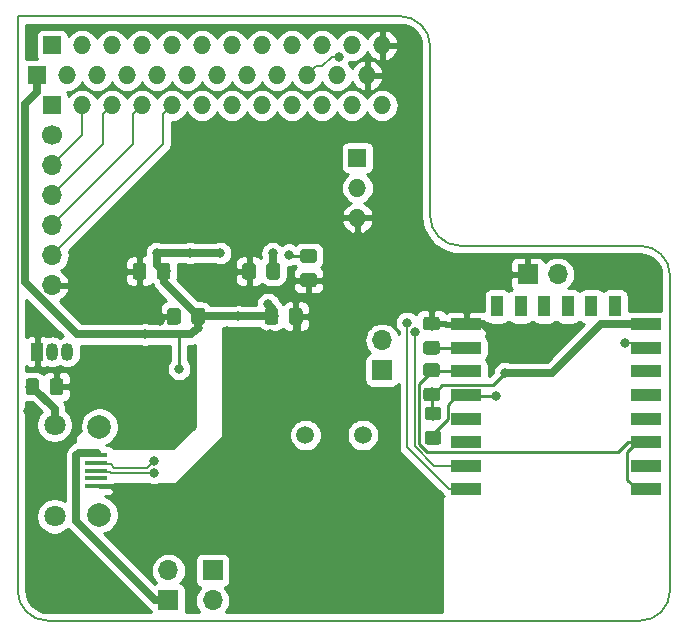
<source format=gbr>
%TF.GenerationSoftware,KiCad,Pcbnew,5.1.4-e60b266~84~ubuntu18.04.1*%
%TF.CreationDate,2019-10-23T15:02:04+02:00*%
%TF.ProjectId,ensaimedia,656e7361-696d-4656-9469-612e6b696361,rev?*%
%TF.SameCoordinates,Original*%
%TF.FileFunction,Copper,L1,Top*%
%TF.FilePolarity,Positive*%
%FSLAX46Y46*%
G04 Gerber Fmt 4.6, Leading zero omitted, Abs format (unit mm)*
G04 Created by KiCad (PCBNEW 5.1.4-e60b266~84~ubuntu18.04.1) date 2019-10-23 15:02:04*
%MOMM*%
%LPD*%
G04 APERTURE LIST*
%ADD10C,0.200000*%
%ADD11C,0.150000*%
%ADD12C,1.150000*%
%ADD13R,1.900000X0.450000*%
%ADD14C,2.000000*%
%ADD15C,1.800000*%
%ADD16R,1.700000X1.700000*%
%ADD17O,1.700000X1.700000*%
%ADD18R,1.524000X1.524000*%
%ADD19O,1.524000X1.524000*%
%ADD20R,2.500000X1.000000*%
%ADD21R,1.000000X1.800000*%
%ADD22O,1.050000X1.500000*%
%ADD23R,1.050000X1.500000*%
%ADD24C,1.700000*%
%ADD25C,1.500000*%
%ADD26C,0.800000*%
%ADD27C,0.650000*%
%ADD28C,0.250000*%
%ADD29C,0.450000*%
%ADD30C,0.350000*%
%ADD31C,0.178000*%
%ADD32C,0.254000*%
G04 APERTURE END LIST*
D10*
X140970000Y-61214000D02*
X173355000Y-61214000D01*
X173355000Y-61214000D02*
G75*
G02X175895000Y-63754000I0J-2540000D01*
G01*
X193675000Y-80645000D02*
G75*
G02X196215000Y-83185000I0J-2540000D01*
G01*
X178435000Y-80645000D02*
X193675000Y-80645000D01*
X178435000Y-80645000D02*
G75*
G02X175895000Y-78105000I0J2540000D01*
G01*
X175895000Y-63754000D02*
X175895000Y-78105000D01*
X143510000Y-112395000D02*
G75*
G02X140970000Y-109855000I0J2540000D01*
G01*
X196215000Y-109855000D02*
G75*
G02X193675000Y-112395000I-2540000J0D01*
G01*
X140970000Y-109855000D02*
X140970000Y-61214000D01*
X193675000Y-112395000D02*
X143510000Y-112395000D01*
X196215000Y-83185000D02*
X196215000Y-109855000D01*
D11*
G36*
X154565532Y-85925579D02*
G01*
X154589800Y-85929179D01*
X154613599Y-85935140D01*
X154636698Y-85943405D01*
X154658877Y-85953895D01*
X154679920Y-85966507D01*
X154699626Y-85981122D01*
X154717804Y-85997598D01*
X154734280Y-86015776D01*
X154748895Y-86035482D01*
X154761507Y-86056525D01*
X154771997Y-86078704D01*
X154780262Y-86101803D01*
X154786223Y-86125602D01*
X154789823Y-86149870D01*
X154791027Y-86174374D01*
X154791027Y-87074376D01*
X154789823Y-87098880D01*
X154786223Y-87123148D01*
X154780262Y-87146947D01*
X154771997Y-87170046D01*
X154761507Y-87192225D01*
X154748895Y-87213268D01*
X154734280Y-87232974D01*
X154717804Y-87251152D01*
X154699626Y-87267628D01*
X154679920Y-87282243D01*
X154658877Y-87294855D01*
X154636698Y-87305345D01*
X154613599Y-87313610D01*
X154589800Y-87319571D01*
X154565532Y-87323171D01*
X154541028Y-87324375D01*
X153891026Y-87324375D01*
X153866522Y-87323171D01*
X153842254Y-87319571D01*
X153818455Y-87313610D01*
X153795356Y-87305345D01*
X153773177Y-87294855D01*
X153752134Y-87282243D01*
X153732428Y-87267628D01*
X153714250Y-87251152D01*
X153697774Y-87232974D01*
X153683159Y-87213268D01*
X153670547Y-87192225D01*
X153660057Y-87170046D01*
X153651792Y-87146947D01*
X153645831Y-87123148D01*
X153642231Y-87098880D01*
X153641027Y-87074376D01*
X153641027Y-86174374D01*
X153642231Y-86149870D01*
X153645831Y-86125602D01*
X153651792Y-86101803D01*
X153660057Y-86078704D01*
X153670547Y-86056525D01*
X153683159Y-86035482D01*
X153697774Y-86015776D01*
X153714250Y-85997598D01*
X153732428Y-85981122D01*
X153752134Y-85966507D01*
X153773177Y-85953895D01*
X153795356Y-85943405D01*
X153818455Y-85935140D01*
X153842254Y-85929179D01*
X153866522Y-85925579D01*
X153891026Y-85924375D01*
X154541028Y-85924375D01*
X154565532Y-85925579D01*
X154565532Y-85925579D01*
G37*
D12*
X154216027Y-86624375D03*
D11*
G36*
X156615532Y-85925579D02*
G01*
X156639800Y-85929179D01*
X156663599Y-85935140D01*
X156686698Y-85943405D01*
X156708877Y-85953895D01*
X156729920Y-85966507D01*
X156749626Y-85981122D01*
X156767804Y-85997598D01*
X156784280Y-86015776D01*
X156798895Y-86035482D01*
X156811507Y-86056525D01*
X156821997Y-86078704D01*
X156830262Y-86101803D01*
X156836223Y-86125602D01*
X156839823Y-86149870D01*
X156841027Y-86174374D01*
X156841027Y-87074376D01*
X156839823Y-87098880D01*
X156836223Y-87123148D01*
X156830262Y-87146947D01*
X156821997Y-87170046D01*
X156811507Y-87192225D01*
X156798895Y-87213268D01*
X156784280Y-87232974D01*
X156767804Y-87251152D01*
X156749626Y-87267628D01*
X156729920Y-87282243D01*
X156708877Y-87294855D01*
X156686698Y-87305345D01*
X156663599Y-87313610D01*
X156639800Y-87319571D01*
X156615532Y-87323171D01*
X156591028Y-87324375D01*
X155941026Y-87324375D01*
X155916522Y-87323171D01*
X155892254Y-87319571D01*
X155868455Y-87313610D01*
X155845356Y-87305345D01*
X155823177Y-87294855D01*
X155802134Y-87282243D01*
X155782428Y-87267628D01*
X155764250Y-87251152D01*
X155747774Y-87232974D01*
X155733159Y-87213268D01*
X155720547Y-87192225D01*
X155710057Y-87170046D01*
X155701792Y-87146947D01*
X155695831Y-87123148D01*
X155692231Y-87098880D01*
X155691027Y-87074376D01*
X155691027Y-86174374D01*
X155692231Y-86149870D01*
X155695831Y-86125602D01*
X155701792Y-86101803D01*
X155710057Y-86078704D01*
X155720547Y-86056525D01*
X155733159Y-86035482D01*
X155747774Y-86015776D01*
X155764250Y-85997598D01*
X155782428Y-85981122D01*
X155802134Y-85966507D01*
X155823177Y-85953895D01*
X155845356Y-85943405D01*
X155868455Y-85935140D01*
X155892254Y-85929179D01*
X155916522Y-85925579D01*
X155941026Y-85924375D01*
X156591028Y-85924375D01*
X156615532Y-85925579D01*
X156615532Y-85925579D01*
G37*
D12*
X156266027Y-86624375D03*
D11*
G36*
X153685532Y-82115579D02*
G01*
X153709800Y-82119179D01*
X153733599Y-82125140D01*
X153756698Y-82133405D01*
X153778877Y-82143895D01*
X153799920Y-82156507D01*
X153819626Y-82171122D01*
X153837804Y-82187598D01*
X153854280Y-82205776D01*
X153868895Y-82225482D01*
X153881507Y-82246525D01*
X153891997Y-82268704D01*
X153900262Y-82291803D01*
X153906223Y-82315602D01*
X153909823Y-82339870D01*
X153911027Y-82364374D01*
X153911027Y-83264376D01*
X153909823Y-83288880D01*
X153906223Y-83313148D01*
X153900262Y-83336947D01*
X153891997Y-83360046D01*
X153881507Y-83382225D01*
X153868895Y-83403268D01*
X153854280Y-83422974D01*
X153837804Y-83441152D01*
X153819626Y-83457628D01*
X153799920Y-83472243D01*
X153778877Y-83484855D01*
X153756698Y-83495345D01*
X153733599Y-83503610D01*
X153709800Y-83509571D01*
X153685532Y-83513171D01*
X153661028Y-83514375D01*
X153011026Y-83514375D01*
X152986522Y-83513171D01*
X152962254Y-83509571D01*
X152938455Y-83503610D01*
X152915356Y-83495345D01*
X152893177Y-83484855D01*
X152872134Y-83472243D01*
X152852428Y-83457628D01*
X152834250Y-83441152D01*
X152817774Y-83422974D01*
X152803159Y-83403268D01*
X152790547Y-83382225D01*
X152780057Y-83360046D01*
X152771792Y-83336947D01*
X152765831Y-83313148D01*
X152762231Y-83288880D01*
X152761027Y-83264376D01*
X152761027Y-82364374D01*
X152762231Y-82339870D01*
X152765831Y-82315602D01*
X152771792Y-82291803D01*
X152780057Y-82268704D01*
X152790547Y-82246525D01*
X152803159Y-82225482D01*
X152817774Y-82205776D01*
X152834250Y-82187598D01*
X152852428Y-82171122D01*
X152872134Y-82156507D01*
X152893177Y-82143895D01*
X152915356Y-82133405D01*
X152938455Y-82125140D01*
X152962254Y-82119179D01*
X152986522Y-82115579D01*
X153011026Y-82114375D01*
X153661028Y-82114375D01*
X153685532Y-82115579D01*
X153685532Y-82115579D01*
G37*
D12*
X153336027Y-82814375D03*
D11*
G36*
X151635532Y-82115579D02*
G01*
X151659800Y-82119179D01*
X151683599Y-82125140D01*
X151706698Y-82133405D01*
X151728877Y-82143895D01*
X151749920Y-82156507D01*
X151769626Y-82171122D01*
X151787804Y-82187598D01*
X151804280Y-82205776D01*
X151818895Y-82225482D01*
X151831507Y-82246525D01*
X151841997Y-82268704D01*
X151850262Y-82291803D01*
X151856223Y-82315602D01*
X151859823Y-82339870D01*
X151861027Y-82364374D01*
X151861027Y-83264376D01*
X151859823Y-83288880D01*
X151856223Y-83313148D01*
X151850262Y-83336947D01*
X151841997Y-83360046D01*
X151831507Y-83382225D01*
X151818895Y-83403268D01*
X151804280Y-83422974D01*
X151787804Y-83441152D01*
X151769626Y-83457628D01*
X151749920Y-83472243D01*
X151728877Y-83484855D01*
X151706698Y-83495345D01*
X151683599Y-83503610D01*
X151659800Y-83509571D01*
X151635532Y-83513171D01*
X151611028Y-83514375D01*
X150961026Y-83514375D01*
X150936522Y-83513171D01*
X150912254Y-83509571D01*
X150888455Y-83503610D01*
X150865356Y-83495345D01*
X150843177Y-83484855D01*
X150822134Y-83472243D01*
X150802428Y-83457628D01*
X150784250Y-83441152D01*
X150767774Y-83422974D01*
X150753159Y-83403268D01*
X150740547Y-83382225D01*
X150730057Y-83360046D01*
X150721792Y-83336947D01*
X150715831Y-83313148D01*
X150712231Y-83288880D01*
X150711027Y-83264376D01*
X150711027Y-82364374D01*
X150712231Y-82339870D01*
X150715831Y-82315602D01*
X150721792Y-82291803D01*
X150730057Y-82268704D01*
X150740547Y-82246525D01*
X150753159Y-82225482D01*
X150767774Y-82205776D01*
X150784250Y-82187598D01*
X150802428Y-82171122D01*
X150822134Y-82156507D01*
X150843177Y-82143895D01*
X150865356Y-82133405D01*
X150888455Y-82125140D01*
X150912254Y-82119179D01*
X150936522Y-82115579D01*
X150961026Y-82114375D01*
X151611028Y-82114375D01*
X151635532Y-82115579D01*
X151635532Y-82115579D01*
G37*
D12*
X151286027Y-82814375D03*
D11*
G36*
X160915532Y-82115579D02*
G01*
X160939800Y-82119179D01*
X160963599Y-82125140D01*
X160986698Y-82133405D01*
X161008877Y-82143895D01*
X161029920Y-82156507D01*
X161049626Y-82171122D01*
X161067804Y-82187598D01*
X161084280Y-82205776D01*
X161098895Y-82225482D01*
X161111507Y-82246525D01*
X161121997Y-82268704D01*
X161130262Y-82291803D01*
X161136223Y-82315602D01*
X161139823Y-82339870D01*
X161141027Y-82364374D01*
X161141027Y-83264376D01*
X161139823Y-83288880D01*
X161136223Y-83313148D01*
X161130262Y-83336947D01*
X161121997Y-83360046D01*
X161111507Y-83382225D01*
X161098895Y-83403268D01*
X161084280Y-83422974D01*
X161067804Y-83441152D01*
X161049626Y-83457628D01*
X161029920Y-83472243D01*
X161008877Y-83484855D01*
X160986698Y-83495345D01*
X160963599Y-83503610D01*
X160939800Y-83509571D01*
X160915532Y-83513171D01*
X160891028Y-83514375D01*
X160241026Y-83514375D01*
X160216522Y-83513171D01*
X160192254Y-83509571D01*
X160168455Y-83503610D01*
X160145356Y-83495345D01*
X160123177Y-83484855D01*
X160102134Y-83472243D01*
X160082428Y-83457628D01*
X160064250Y-83441152D01*
X160047774Y-83422974D01*
X160033159Y-83403268D01*
X160020547Y-83382225D01*
X160010057Y-83360046D01*
X160001792Y-83336947D01*
X159995831Y-83313148D01*
X159992231Y-83288880D01*
X159991027Y-83264376D01*
X159991027Y-82364374D01*
X159992231Y-82339870D01*
X159995831Y-82315602D01*
X160001792Y-82291803D01*
X160010057Y-82268704D01*
X160020547Y-82246525D01*
X160033159Y-82225482D01*
X160047774Y-82205776D01*
X160064250Y-82187598D01*
X160082428Y-82171122D01*
X160102134Y-82156507D01*
X160123177Y-82143895D01*
X160145356Y-82133405D01*
X160168455Y-82125140D01*
X160192254Y-82119179D01*
X160216522Y-82115579D01*
X160241026Y-82114375D01*
X160891028Y-82114375D01*
X160915532Y-82115579D01*
X160915532Y-82115579D01*
G37*
D12*
X160566027Y-82814375D03*
D11*
G36*
X162965532Y-82115579D02*
G01*
X162989800Y-82119179D01*
X163013599Y-82125140D01*
X163036698Y-82133405D01*
X163058877Y-82143895D01*
X163079920Y-82156507D01*
X163099626Y-82171122D01*
X163117804Y-82187598D01*
X163134280Y-82205776D01*
X163148895Y-82225482D01*
X163161507Y-82246525D01*
X163171997Y-82268704D01*
X163180262Y-82291803D01*
X163186223Y-82315602D01*
X163189823Y-82339870D01*
X163191027Y-82364374D01*
X163191027Y-83264376D01*
X163189823Y-83288880D01*
X163186223Y-83313148D01*
X163180262Y-83336947D01*
X163171997Y-83360046D01*
X163161507Y-83382225D01*
X163148895Y-83403268D01*
X163134280Y-83422974D01*
X163117804Y-83441152D01*
X163099626Y-83457628D01*
X163079920Y-83472243D01*
X163058877Y-83484855D01*
X163036698Y-83495345D01*
X163013599Y-83503610D01*
X162989800Y-83509571D01*
X162965532Y-83513171D01*
X162941028Y-83514375D01*
X162291026Y-83514375D01*
X162266522Y-83513171D01*
X162242254Y-83509571D01*
X162218455Y-83503610D01*
X162195356Y-83495345D01*
X162173177Y-83484855D01*
X162152134Y-83472243D01*
X162132428Y-83457628D01*
X162114250Y-83441152D01*
X162097774Y-83422974D01*
X162083159Y-83403268D01*
X162070547Y-83382225D01*
X162060057Y-83360046D01*
X162051792Y-83336947D01*
X162045831Y-83313148D01*
X162042231Y-83288880D01*
X162041027Y-83264376D01*
X162041027Y-82364374D01*
X162042231Y-82339870D01*
X162045831Y-82315602D01*
X162051792Y-82291803D01*
X162060057Y-82268704D01*
X162070547Y-82246525D01*
X162083159Y-82225482D01*
X162097774Y-82205776D01*
X162114250Y-82187598D01*
X162132428Y-82171122D01*
X162152134Y-82156507D01*
X162173177Y-82143895D01*
X162195356Y-82133405D01*
X162218455Y-82125140D01*
X162242254Y-82119179D01*
X162266522Y-82115579D01*
X162291026Y-82114375D01*
X162941028Y-82114375D01*
X162965532Y-82115579D01*
X162965532Y-82115579D01*
G37*
D12*
X162616027Y-82814375D03*
D13*
X147650000Y-98395000D03*
X147650000Y-99045000D03*
X147650000Y-99695000D03*
X147650000Y-100345000D03*
X147650000Y-100995000D03*
D14*
X147900000Y-95970000D03*
X147900000Y-103420000D03*
D15*
X144100000Y-95820000D03*
X144100000Y-103570000D03*
D16*
X153733526Y-110674376D03*
D17*
X153733526Y-108134376D03*
D16*
X157480000Y-108134376D03*
D17*
X157480000Y-110674376D03*
D18*
X143891026Y-63684376D03*
D19*
X146431026Y-63684376D03*
X148971026Y-63684376D03*
X151511026Y-63684376D03*
X154051026Y-63684376D03*
X156591026Y-63684376D03*
X159131026Y-63684376D03*
X161671026Y-63684376D03*
X164211026Y-63684376D03*
X166751026Y-63684376D03*
X169291026Y-63684376D03*
X171831026Y-63684376D03*
X170561000Y-66224376D03*
X168021000Y-66224376D03*
X165481000Y-66224376D03*
X162941000Y-66224376D03*
X160401000Y-66224376D03*
X157861000Y-66224376D03*
X155321000Y-66224376D03*
X152781000Y-66224376D03*
X150241000Y-66224376D03*
X147701000Y-66224376D03*
X145161000Y-66224376D03*
D18*
X142621000Y-66224376D03*
X143891026Y-68764376D03*
D19*
X146431026Y-68764376D03*
X148971026Y-68764376D03*
X151511026Y-68764376D03*
X154051026Y-68764376D03*
X156591026Y-68764376D03*
X159131026Y-68764376D03*
X161671026Y-68764376D03*
X164211026Y-68764376D03*
X166751026Y-68764376D03*
X169291026Y-68764376D03*
X171831026Y-68764376D03*
D11*
G36*
X176496505Y-90612204D02*
G01*
X176520773Y-90615804D01*
X176544572Y-90621765D01*
X176567671Y-90630030D01*
X176589850Y-90640520D01*
X176610893Y-90653132D01*
X176630599Y-90667747D01*
X176648777Y-90684223D01*
X176665253Y-90702401D01*
X176679868Y-90722107D01*
X176692480Y-90743150D01*
X176702970Y-90765329D01*
X176711235Y-90788428D01*
X176717196Y-90812227D01*
X176720796Y-90836495D01*
X176722000Y-90860999D01*
X176722000Y-91511001D01*
X176720796Y-91535505D01*
X176717196Y-91559773D01*
X176711235Y-91583572D01*
X176702970Y-91606671D01*
X176692480Y-91628850D01*
X176679868Y-91649893D01*
X176665253Y-91669599D01*
X176648777Y-91687777D01*
X176630599Y-91704253D01*
X176610893Y-91718868D01*
X176589850Y-91731480D01*
X176567671Y-91741970D01*
X176544572Y-91750235D01*
X176520773Y-91756196D01*
X176496505Y-91759796D01*
X176472001Y-91761000D01*
X175571999Y-91761000D01*
X175547495Y-91759796D01*
X175523227Y-91756196D01*
X175499428Y-91750235D01*
X175476329Y-91741970D01*
X175454150Y-91731480D01*
X175433107Y-91718868D01*
X175413401Y-91704253D01*
X175395223Y-91687777D01*
X175378747Y-91669599D01*
X175364132Y-91649893D01*
X175351520Y-91628850D01*
X175341030Y-91606671D01*
X175332765Y-91583572D01*
X175326804Y-91559773D01*
X175323204Y-91535505D01*
X175322000Y-91511001D01*
X175322000Y-90860999D01*
X175323204Y-90836495D01*
X175326804Y-90812227D01*
X175332765Y-90788428D01*
X175341030Y-90765329D01*
X175351520Y-90743150D01*
X175364132Y-90722107D01*
X175378747Y-90702401D01*
X175395223Y-90684223D01*
X175413401Y-90667747D01*
X175433107Y-90653132D01*
X175454150Y-90640520D01*
X175476329Y-90630030D01*
X175499428Y-90621765D01*
X175523227Y-90615804D01*
X175547495Y-90612204D01*
X175571999Y-90611000D01*
X176472001Y-90611000D01*
X176496505Y-90612204D01*
X176496505Y-90612204D01*
G37*
D12*
X176022000Y-91186000D03*
D11*
G36*
X176496505Y-92662204D02*
G01*
X176520773Y-92665804D01*
X176544572Y-92671765D01*
X176567671Y-92680030D01*
X176589850Y-92690520D01*
X176610893Y-92703132D01*
X176630599Y-92717747D01*
X176648777Y-92734223D01*
X176665253Y-92752401D01*
X176679868Y-92772107D01*
X176692480Y-92793150D01*
X176702970Y-92815329D01*
X176711235Y-92838428D01*
X176717196Y-92862227D01*
X176720796Y-92886495D01*
X176722000Y-92910999D01*
X176722000Y-93561001D01*
X176720796Y-93585505D01*
X176717196Y-93609773D01*
X176711235Y-93633572D01*
X176702970Y-93656671D01*
X176692480Y-93678850D01*
X176679868Y-93699893D01*
X176665253Y-93719599D01*
X176648777Y-93737777D01*
X176630599Y-93754253D01*
X176610893Y-93768868D01*
X176589850Y-93781480D01*
X176567671Y-93791970D01*
X176544572Y-93800235D01*
X176520773Y-93806196D01*
X176496505Y-93809796D01*
X176472001Y-93811000D01*
X175571999Y-93811000D01*
X175547495Y-93809796D01*
X175523227Y-93806196D01*
X175499428Y-93800235D01*
X175476329Y-93791970D01*
X175454150Y-93781480D01*
X175433107Y-93768868D01*
X175413401Y-93754253D01*
X175395223Y-93737777D01*
X175378747Y-93719599D01*
X175364132Y-93699893D01*
X175351520Y-93678850D01*
X175341030Y-93656671D01*
X175332765Y-93633572D01*
X175326804Y-93609773D01*
X175323204Y-93585505D01*
X175322000Y-93561001D01*
X175322000Y-92910999D01*
X175323204Y-92886495D01*
X175326804Y-92862227D01*
X175332765Y-92838428D01*
X175341030Y-92815329D01*
X175351520Y-92793150D01*
X175364132Y-92772107D01*
X175378747Y-92752401D01*
X175395223Y-92734223D01*
X175413401Y-92717747D01*
X175433107Y-92703132D01*
X175454150Y-92690520D01*
X175476329Y-92680030D01*
X175499428Y-92671765D01*
X175523227Y-92665804D01*
X175547495Y-92662204D01*
X175571999Y-92661000D01*
X176472001Y-92661000D01*
X176496505Y-92662204D01*
X176496505Y-92662204D01*
G37*
D12*
X176022000Y-93236000D03*
D11*
G36*
X176496505Y-88716204D02*
G01*
X176520773Y-88719804D01*
X176544572Y-88725765D01*
X176567671Y-88734030D01*
X176589850Y-88744520D01*
X176610893Y-88757132D01*
X176630599Y-88771747D01*
X176648777Y-88788223D01*
X176665253Y-88806401D01*
X176679868Y-88826107D01*
X176692480Y-88847150D01*
X176702970Y-88869329D01*
X176711235Y-88892428D01*
X176717196Y-88916227D01*
X176720796Y-88940495D01*
X176722000Y-88964999D01*
X176722000Y-89615001D01*
X176720796Y-89639505D01*
X176717196Y-89663773D01*
X176711235Y-89687572D01*
X176702970Y-89710671D01*
X176692480Y-89732850D01*
X176679868Y-89753893D01*
X176665253Y-89773599D01*
X176648777Y-89791777D01*
X176630599Y-89808253D01*
X176610893Y-89822868D01*
X176589850Y-89835480D01*
X176567671Y-89845970D01*
X176544572Y-89854235D01*
X176520773Y-89860196D01*
X176496505Y-89863796D01*
X176472001Y-89865000D01*
X175571999Y-89865000D01*
X175547495Y-89863796D01*
X175523227Y-89860196D01*
X175499428Y-89854235D01*
X175476329Y-89845970D01*
X175454150Y-89835480D01*
X175433107Y-89822868D01*
X175413401Y-89808253D01*
X175395223Y-89791777D01*
X175378747Y-89773599D01*
X175364132Y-89753893D01*
X175351520Y-89732850D01*
X175341030Y-89710671D01*
X175332765Y-89687572D01*
X175326804Y-89663773D01*
X175323204Y-89639505D01*
X175322000Y-89615001D01*
X175322000Y-88964999D01*
X175323204Y-88940495D01*
X175326804Y-88916227D01*
X175332765Y-88892428D01*
X175341030Y-88869329D01*
X175351520Y-88847150D01*
X175364132Y-88826107D01*
X175378747Y-88806401D01*
X175395223Y-88788223D01*
X175413401Y-88771747D01*
X175433107Y-88757132D01*
X175454150Y-88744520D01*
X175476329Y-88734030D01*
X175499428Y-88725765D01*
X175523227Y-88719804D01*
X175547495Y-88716204D01*
X175571999Y-88715000D01*
X176472001Y-88715000D01*
X176496505Y-88716204D01*
X176496505Y-88716204D01*
G37*
D12*
X176022000Y-89290000D03*
D11*
G36*
X176496505Y-86666204D02*
G01*
X176520773Y-86669804D01*
X176544572Y-86675765D01*
X176567671Y-86684030D01*
X176589850Y-86694520D01*
X176610893Y-86707132D01*
X176630599Y-86721747D01*
X176648777Y-86738223D01*
X176665253Y-86756401D01*
X176679868Y-86776107D01*
X176692480Y-86797150D01*
X176702970Y-86819329D01*
X176711235Y-86842428D01*
X176717196Y-86866227D01*
X176720796Y-86890495D01*
X176722000Y-86914999D01*
X176722000Y-87565001D01*
X176720796Y-87589505D01*
X176717196Y-87613773D01*
X176711235Y-87637572D01*
X176702970Y-87660671D01*
X176692480Y-87682850D01*
X176679868Y-87703893D01*
X176665253Y-87723599D01*
X176648777Y-87741777D01*
X176630599Y-87758253D01*
X176610893Y-87772868D01*
X176589850Y-87785480D01*
X176567671Y-87795970D01*
X176544572Y-87804235D01*
X176520773Y-87810196D01*
X176496505Y-87813796D01*
X176472001Y-87815000D01*
X175571999Y-87815000D01*
X175547495Y-87813796D01*
X175523227Y-87810196D01*
X175499428Y-87804235D01*
X175476329Y-87795970D01*
X175454150Y-87785480D01*
X175433107Y-87772868D01*
X175413401Y-87758253D01*
X175395223Y-87741777D01*
X175378747Y-87723599D01*
X175364132Y-87703893D01*
X175351520Y-87682850D01*
X175341030Y-87660671D01*
X175332765Y-87637572D01*
X175326804Y-87613773D01*
X175323204Y-87589505D01*
X175322000Y-87565001D01*
X175322000Y-86914999D01*
X175323204Y-86890495D01*
X175326804Y-86866227D01*
X175332765Y-86842428D01*
X175341030Y-86819329D01*
X175351520Y-86797150D01*
X175364132Y-86776107D01*
X175378747Y-86756401D01*
X175395223Y-86738223D01*
X175413401Y-86721747D01*
X175433107Y-86707132D01*
X175454150Y-86694520D01*
X175476329Y-86684030D01*
X175499428Y-86675765D01*
X175523227Y-86669804D01*
X175547495Y-86666204D01*
X175571999Y-86665000D01*
X176472001Y-86665000D01*
X176496505Y-86666204D01*
X176496505Y-86666204D01*
G37*
D12*
X176022000Y-87240000D03*
D20*
X194163000Y-101290000D03*
X194163000Y-99290000D03*
X194163000Y-97290000D03*
X194163000Y-95290000D03*
X194163000Y-93290000D03*
X194163000Y-91290000D03*
X194163000Y-89290000D03*
X194163000Y-87290000D03*
D21*
X191563000Y-85790000D03*
X189563000Y-85790000D03*
X187563000Y-85790000D03*
X185563000Y-85790000D03*
X183563000Y-85790000D03*
X181563000Y-85790000D03*
D20*
X178963000Y-87290000D03*
X178963000Y-89290000D03*
X178963000Y-91290000D03*
X178963000Y-93290000D03*
X178963000Y-95290000D03*
X178963000Y-97290000D03*
X178963000Y-99290000D03*
X178963000Y-101290000D03*
D16*
X184150000Y-83058000D03*
D17*
X186690000Y-83058000D03*
D11*
G36*
X142571505Y-91884204D02*
G01*
X142595773Y-91887804D01*
X142619572Y-91893765D01*
X142642671Y-91902030D01*
X142664850Y-91912520D01*
X142685893Y-91925132D01*
X142705599Y-91939747D01*
X142723777Y-91956223D01*
X142740253Y-91974401D01*
X142754868Y-91994107D01*
X142767480Y-92015150D01*
X142777970Y-92037329D01*
X142786235Y-92060428D01*
X142792196Y-92084227D01*
X142795796Y-92108495D01*
X142797000Y-92132999D01*
X142797000Y-93033001D01*
X142795796Y-93057505D01*
X142792196Y-93081773D01*
X142786235Y-93105572D01*
X142777970Y-93128671D01*
X142767480Y-93150850D01*
X142754868Y-93171893D01*
X142740253Y-93191599D01*
X142723777Y-93209777D01*
X142705599Y-93226253D01*
X142685893Y-93240868D01*
X142664850Y-93253480D01*
X142642671Y-93263970D01*
X142619572Y-93272235D01*
X142595773Y-93278196D01*
X142571505Y-93281796D01*
X142547001Y-93283000D01*
X141896999Y-93283000D01*
X141872495Y-93281796D01*
X141848227Y-93278196D01*
X141824428Y-93272235D01*
X141801329Y-93263970D01*
X141779150Y-93253480D01*
X141758107Y-93240868D01*
X141738401Y-93226253D01*
X141720223Y-93209777D01*
X141703747Y-93191599D01*
X141689132Y-93171893D01*
X141676520Y-93150850D01*
X141666030Y-93128671D01*
X141657765Y-93105572D01*
X141651804Y-93081773D01*
X141648204Y-93057505D01*
X141647000Y-93033001D01*
X141647000Y-92132999D01*
X141648204Y-92108495D01*
X141651804Y-92084227D01*
X141657765Y-92060428D01*
X141666030Y-92037329D01*
X141676520Y-92015150D01*
X141689132Y-91994107D01*
X141703747Y-91974401D01*
X141720223Y-91956223D01*
X141738401Y-91939747D01*
X141758107Y-91925132D01*
X141779150Y-91912520D01*
X141801329Y-91902030D01*
X141824428Y-91893765D01*
X141848227Y-91887804D01*
X141872495Y-91884204D01*
X141896999Y-91883000D01*
X142547001Y-91883000D01*
X142571505Y-91884204D01*
X142571505Y-91884204D01*
G37*
D12*
X142222000Y-92583000D03*
D11*
G36*
X144621505Y-91884204D02*
G01*
X144645773Y-91887804D01*
X144669572Y-91893765D01*
X144692671Y-91902030D01*
X144714850Y-91912520D01*
X144735893Y-91925132D01*
X144755599Y-91939747D01*
X144773777Y-91956223D01*
X144790253Y-91974401D01*
X144804868Y-91994107D01*
X144817480Y-92015150D01*
X144827970Y-92037329D01*
X144836235Y-92060428D01*
X144842196Y-92084227D01*
X144845796Y-92108495D01*
X144847000Y-92132999D01*
X144847000Y-93033001D01*
X144845796Y-93057505D01*
X144842196Y-93081773D01*
X144836235Y-93105572D01*
X144827970Y-93128671D01*
X144817480Y-93150850D01*
X144804868Y-93171893D01*
X144790253Y-93191599D01*
X144773777Y-93209777D01*
X144755599Y-93226253D01*
X144735893Y-93240868D01*
X144714850Y-93253480D01*
X144692671Y-93263970D01*
X144669572Y-93272235D01*
X144645773Y-93278196D01*
X144621505Y-93281796D01*
X144597001Y-93283000D01*
X143946999Y-93283000D01*
X143922495Y-93281796D01*
X143898227Y-93278196D01*
X143874428Y-93272235D01*
X143851329Y-93263970D01*
X143829150Y-93253480D01*
X143808107Y-93240868D01*
X143788401Y-93226253D01*
X143770223Y-93209777D01*
X143753747Y-93191599D01*
X143739132Y-93171893D01*
X143726520Y-93150850D01*
X143716030Y-93128671D01*
X143707765Y-93105572D01*
X143701804Y-93081773D01*
X143698204Y-93057505D01*
X143697000Y-93033001D01*
X143697000Y-92132999D01*
X143698204Y-92108495D01*
X143701804Y-92084227D01*
X143707765Y-92060428D01*
X143716030Y-92037329D01*
X143726520Y-92015150D01*
X143739132Y-91994107D01*
X143753747Y-91974401D01*
X143770223Y-91956223D01*
X143788401Y-91939747D01*
X143808107Y-91925132D01*
X143829150Y-91912520D01*
X143851329Y-91902030D01*
X143874428Y-91893765D01*
X143898227Y-91887804D01*
X143922495Y-91884204D01*
X143946999Y-91883000D01*
X144597001Y-91883000D01*
X144621505Y-91884204D01*
X144621505Y-91884204D01*
G37*
D12*
X144272000Y-92583000D03*
D11*
G36*
X176623505Y-94286204D02*
G01*
X176647773Y-94289804D01*
X176671572Y-94295765D01*
X176694671Y-94304030D01*
X176716850Y-94314520D01*
X176737893Y-94327132D01*
X176757599Y-94341747D01*
X176775777Y-94358223D01*
X176792253Y-94376401D01*
X176806868Y-94396107D01*
X176819480Y-94417150D01*
X176829970Y-94439329D01*
X176838235Y-94462428D01*
X176844196Y-94486227D01*
X176847796Y-94510495D01*
X176849000Y-94534999D01*
X176849000Y-95185001D01*
X176847796Y-95209505D01*
X176844196Y-95233773D01*
X176838235Y-95257572D01*
X176829970Y-95280671D01*
X176819480Y-95302850D01*
X176806868Y-95323893D01*
X176792253Y-95343599D01*
X176775777Y-95361777D01*
X176757599Y-95378253D01*
X176737893Y-95392868D01*
X176716850Y-95405480D01*
X176694671Y-95415970D01*
X176671572Y-95424235D01*
X176647773Y-95430196D01*
X176623505Y-95433796D01*
X176599001Y-95435000D01*
X175698999Y-95435000D01*
X175674495Y-95433796D01*
X175650227Y-95430196D01*
X175626428Y-95424235D01*
X175603329Y-95415970D01*
X175581150Y-95405480D01*
X175560107Y-95392868D01*
X175540401Y-95378253D01*
X175522223Y-95361777D01*
X175505747Y-95343599D01*
X175491132Y-95323893D01*
X175478520Y-95302850D01*
X175468030Y-95280671D01*
X175459765Y-95257572D01*
X175453804Y-95233773D01*
X175450204Y-95209505D01*
X175449000Y-95185001D01*
X175449000Y-94534999D01*
X175450204Y-94510495D01*
X175453804Y-94486227D01*
X175459765Y-94462428D01*
X175468030Y-94439329D01*
X175478520Y-94417150D01*
X175491132Y-94396107D01*
X175505747Y-94376401D01*
X175522223Y-94358223D01*
X175540401Y-94341747D01*
X175560107Y-94327132D01*
X175581150Y-94314520D01*
X175603329Y-94304030D01*
X175626428Y-94295765D01*
X175650227Y-94289804D01*
X175674495Y-94286204D01*
X175698999Y-94285000D01*
X176599001Y-94285000D01*
X176623505Y-94286204D01*
X176623505Y-94286204D01*
G37*
D12*
X176149000Y-94860000D03*
D11*
G36*
X176623505Y-96336204D02*
G01*
X176647773Y-96339804D01*
X176671572Y-96345765D01*
X176694671Y-96354030D01*
X176716850Y-96364520D01*
X176737893Y-96377132D01*
X176757599Y-96391747D01*
X176775777Y-96408223D01*
X176792253Y-96426401D01*
X176806868Y-96446107D01*
X176819480Y-96467150D01*
X176829970Y-96489329D01*
X176838235Y-96512428D01*
X176844196Y-96536227D01*
X176847796Y-96560495D01*
X176849000Y-96584999D01*
X176849000Y-97235001D01*
X176847796Y-97259505D01*
X176844196Y-97283773D01*
X176838235Y-97307572D01*
X176829970Y-97330671D01*
X176819480Y-97352850D01*
X176806868Y-97373893D01*
X176792253Y-97393599D01*
X176775777Y-97411777D01*
X176757599Y-97428253D01*
X176737893Y-97442868D01*
X176716850Y-97455480D01*
X176694671Y-97465970D01*
X176671572Y-97474235D01*
X176647773Y-97480196D01*
X176623505Y-97483796D01*
X176599001Y-97485000D01*
X175698999Y-97485000D01*
X175674495Y-97483796D01*
X175650227Y-97480196D01*
X175626428Y-97474235D01*
X175603329Y-97465970D01*
X175581150Y-97455480D01*
X175560107Y-97442868D01*
X175540401Y-97428253D01*
X175522223Y-97411777D01*
X175505747Y-97393599D01*
X175491132Y-97373893D01*
X175478520Y-97352850D01*
X175468030Y-97330671D01*
X175459765Y-97307572D01*
X175453804Y-97283773D01*
X175450204Y-97259505D01*
X175449000Y-97235001D01*
X175449000Y-96584999D01*
X175450204Y-96560495D01*
X175453804Y-96536227D01*
X175459765Y-96512428D01*
X175468030Y-96489329D01*
X175478520Y-96467150D01*
X175491132Y-96446107D01*
X175505747Y-96426401D01*
X175522223Y-96408223D01*
X175540401Y-96391747D01*
X175560107Y-96377132D01*
X175581150Y-96364520D01*
X175603329Y-96354030D01*
X175626428Y-96345765D01*
X175650227Y-96339804D01*
X175674495Y-96336204D01*
X175698999Y-96335000D01*
X176599001Y-96335000D01*
X176623505Y-96336204D01*
X176623505Y-96336204D01*
G37*
D12*
X176149000Y-96910000D03*
D18*
X169748200Y-73202800D03*
D19*
X169748200Y-75742800D03*
X169748200Y-78282800D03*
D11*
G36*
X162820532Y-85925579D02*
G01*
X162844800Y-85929179D01*
X162868599Y-85935140D01*
X162891698Y-85943405D01*
X162913877Y-85953895D01*
X162934920Y-85966507D01*
X162954626Y-85981122D01*
X162972804Y-85997598D01*
X162989280Y-86015776D01*
X163003895Y-86035482D01*
X163016507Y-86056525D01*
X163026997Y-86078704D01*
X163035262Y-86101803D01*
X163041223Y-86125602D01*
X163044823Y-86149870D01*
X163046027Y-86174374D01*
X163046027Y-87074376D01*
X163044823Y-87098880D01*
X163041223Y-87123148D01*
X163035262Y-87146947D01*
X163026997Y-87170046D01*
X163016507Y-87192225D01*
X163003895Y-87213268D01*
X162989280Y-87232974D01*
X162972804Y-87251152D01*
X162954626Y-87267628D01*
X162934920Y-87282243D01*
X162913877Y-87294855D01*
X162891698Y-87305345D01*
X162868599Y-87313610D01*
X162844800Y-87319571D01*
X162820532Y-87323171D01*
X162796028Y-87324375D01*
X162146026Y-87324375D01*
X162121522Y-87323171D01*
X162097254Y-87319571D01*
X162073455Y-87313610D01*
X162050356Y-87305345D01*
X162028177Y-87294855D01*
X162007134Y-87282243D01*
X161987428Y-87267628D01*
X161969250Y-87251152D01*
X161952774Y-87232974D01*
X161938159Y-87213268D01*
X161925547Y-87192225D01*
X161915057Y-87170046D01*
X161906792Y-87146947D01*
X161900831Y-87123148D01*
X161897231Y-87098880D01*
X161896027Y-87074376D01*
X161896027Y-86174374D01*
X161897231Y-86149870D01*
X161900831Y-86125602D01*
X161906792Y-86101803D01*
X161915057Y-86078704D01*
X161925547Y-86056525D01*
X161938159Y-86035482D01*
X161952774Y-86015776D01*
X161969250Y-85997598D01*
X161987428Y-85981122D01*
X162007134Y-85966507D01*
X162028177Y-85953895D01*
X162050356Y-85943405D01*
X162073455Y-85935140D01*
X162097254Y-85929179D01*
X162121522Y-85925579D01*
X162146026Y-85924375D01*
X162796028Y-85924375D01*
X162820532Y-85925579D01*
X162820532Y-85925579D01*
G37*
D12*
X162471027Y-86624375D03*
D11*
G36*
X164870532Y-85925579D02*
G01*
X164894800Y-85929179D01*
X164918599Y-85935140D01*
X164941698Y-85943405D01*
X164963877Y-85953895D01*
X164984920Y-85966507D01*
X165004626Y-85981122D01*
X165022804Y-85997598D01*
X165039280Y-86015776D01*
X165053895Y-86035482D01*
X165066507Y-86056525D01*
X165076997Y-86078704D01*
X165085262Y-86101803D01*
X165091223Y-86125602D01*
X165094823Y-86149870D01*
X165096027Y-86174374D01*
X165096027Y-87074376D01*
X165094823Y-87098880D01*
X165091223Y-87123148D01*
X165085262Y-87146947D01*
X165076997Y-87170046D01*
X165066507Y-87192225D01*
X165053895Y-87213268D01*
X165039280Y-87232974D01*
X165022804Y-87251152D01*
X165004626Y-87267628D01*
X164984920Y-87282243D01*
X164963877Y-87294855D01*
X164941698Y-87305345D01*
X164918599Y-87313610D01*
X164894800Y-87319571D01*
X164870532Y-87323171D01*
X164846028Y-87324375D01*
X164196026Y-87324375D01*
X164171522Y-87323171D01*
X164147254Y-87319571D01*
X164123455Y-87313610D01*
X164100356Y-87305345D01*
X164078177Y-87294855D01*
X164057134Y-87282243D01*
X164037428Y-87267628D01*
X164019250Y-87251152D01*
X164002774Y-87232974D01*
X163988159Y-87213268D01*
X163975547Y-87192225D01*
X163965057Y-87170046D01*
X163956792Y-87146947D01*
X163950831Y-87123148D01*
X163947231Y-87098880D01*
X163946027Y-87074376D01*
X163946027Y-86174374D01*
X163947231Y-86149870D01*
X163950831Y-86125602D01*
X163956792Y-86101803D01*
X163965057Y-86078704D01*
X163975547Y-86056525D01*
X163988159Y-86035482D01*
X164002774Y-86015776D01*
X164019250Y-85997598D01*
X164037428Y-85981122D01*
X164057134Y-85966507D01*
X164078177Y-85953895D01*
X164100356Y-85943405D01*
X164123455Y-85935140D01*
X164147254Y-85929179D01*
X164171522Y-85925579D01*
X164196026Y-85924375D01*
X164846028Y-85924375D01*
X164870532Y-85925579D01*
X164870532Y-85925579D01*
G37*
D12*
X164521027Y-86624375D03*
D16*
X171831000Y-91186000D03*
D17*
X171831000Y-88646000D03*
D11*
G36*
X166082910Y-82992202D02*
G01*
X166107135Y-82995795D01*
X166130891Y-83001746D01*
X166153949Y-83009996D01*
X166176087Y-83020467D01*
X166197093Y-83033057D01*
X166216763Y-83047645D01*
X166234908Y-83064092D01*
X166251355Y-83082237D01*
X166265943Y-83101907D01*
X166278533Y-83122913D01*
X166289004Y-83145051D01*
X166297254Y-83168109D01*
X166303205Y-83191865D01*
X166306798Y-83216090D01*
X166308000Y-83240550D01*
X166308000Y-83891450D01*
X166306798Y-83915910D01*
X166303205Y-83940135D01*
X166297254Y-83963891D01*
X166289004Y-83986949D01*
X166278533Y-84009087D01*
X166265943Y-84030093D01*
X166251355Y-84049763D01*
X166234908Y-84067908D01*
X166216763Y-84084355D01*
X166197093Y-84098943D01*
X166176087Y-84111533D01*
X166153949Y-84122004D01*
X166130891Y-84130254D01*
X166107135Y-84136205D01*
X166082910Y-84139798D01*
X166058450Y-84141000D01*
X165157550Y-84141000D01*
X165133090Y-84139798D01*
X165108865Y-84136205D01*
X165085109Y-84130254D01*
X165062051Y-84122004D01*
X165039913Y-84111533D01*
X165018907Y-84098943D01*
X164999237Y-84084355D01*
X164981092Y-84067908D01*
X164964645Y-84049763D01*
X164950057Y-84030093D01*
X164937467Y-84009087D01*
X164926996Y-83986949D01*
X164918746Y-83963891D01*
X164912795Y-83940135D01*
X164909202Y-83915910D01*
X164908000Y-83891450D01*
X164908000Y-83240550D01*
X164909202Y-83216090D01*
X164912795Y-83191865D01*
X164918746Y-83168109D01*
X164926996Y-83145051D01*
X164937467Y-83122913D01*
X164950057Y-83101907D01*
X164964645Y-83082237D01*
X164981092Y-83064092D01*
X164999237Y-83047645D01*
X165018907Y-83033057D01*
X165039913Y-83020467D01*
X165062051Y-83009996D01*
X165085109Y-83001746D01*
X165108865Y-82995795D01*
X165133090Y-82992202D01*
X165157550Y-82991000D01*
X166058450Y-82991000D01*
X166082910Y-82992202D01*
X166082910Y-82992202D01*
G37*
D12*
X165608000Y-83566000D03*
D11*
G36*
X166082505Y-80942204D02*
G01*
X166106773Y-80945804D01*
X166130572Y-80951765D01*
X166153671Y-80960030D01*
X166175850Y-80970520D01*
X166196893Y-80983132D01*
X166216599Y-80997747D01*
X166234777Y-81014223D01*
X166251253Y-81032401D01*
X166265868Y-81052107D01*
X166278480Y-81073150D01*
X166288970Y-81095329D01*
X166297235Y-81118428D01*
X166303196Y-81142227D01*
X166306796Y-81166495D01*
X166308000Y-81190999D01*
X166308000Y-81841001D01*
X166306796Y-81865505D01*
X166303196Y-81889773D01*
X166297235Y-81913572D01*
X166288970Y-81936671D01*
X166278480Y-81958850D01*
X166265868Y-81979893D01*
X166251253Y-81999599D01*
X166234777Y-82017777D01*
X166216599Y-82034253D01*
X166196893Y-82048868D01*
X166175850Y-82061480D01*
X166153671Y-82071970D01*
X166130572Y-82080235D01*
X166106773Y-82086196D01*
X166082505Y-82089796D01*
X166058001Y-82091000D01*
X165157999Y-82091000D01*
X165133495Y-82089796D01*
X165109227Y-82086196D01*
X165085428Y-82080235D01*
X165062329Y-82071970D01*
X165040150Y-82061480D01*
X165019107Y-82048868D01*
X164999401Y-82034253D01*
X164981223Y-82017777D01*
X164964747Y-81999599D01*
X164950132Y-81979893D01*
X164937520Y-81958850D01*
X164927030Y-81936671D01*
X164918765Y-81913572D01*
X164912804Y-81889773D01*
X164909204Y-81865505D01*
X164908000Y-81841001D01*
X164908000Y-81190999D01*
X164909204Y-81166495D01*
X164912804Y-81142227D01*
X164918765Y-81118428D01*
X164927030Y-81095329D01*
X164937520Y-81073150D01*
X164950132Y-81052107D01*
X164964747Y-81032401D01*
X164981223Y-81014223D01*
X164999401Y-80997747D01*
X165019107Y-80983132D01*
X165040150Y-80970520D01*
X165062329Y-80960030D01*
X165085428Y-80951765D01*
X165109227Y-80945804D01*
X165133495Y-80942204D01*
X165157999Y-80941000D01*
X166058001Y-80941000D01*
X166082505Y-80942204D01*
X166082505Y-80942204D01*
G37*
D12*
X165608000Y-81516000D03*
D22*
X143903700Y-89623900D03*
X145173700Y-89623900D03*
D23*
X142633700Y-89623900D03*
D24*
X143891026Y-71304376D03*
D17*
X143891026Y-73844376D03*
X143891026Y-76384376D03*
X143891026Y-78924376D03*
X143891026Y-81464376D03*
X143891026Y-84004376D03*
D25*
X165328081Y-96678001D03*
X170208081Y-96678001D03*
D26*
X152765003Y-81280000D03*
X162560000Y-81280000D03*
X156210000Y-87630000D03*
X151765000Y-88163400D03*
X155575000Y-81280000D03*
X158115000Y-81280000D03*
X154645062Y-91069376D03*
X159658527Y-86624375D03*
X162179000Y-85598000D03*
X151511000Y-81280000D03*
X160655000Y-81280000D03*
X153035000Y-86995000D03*
X149098000Y-105156000D03*
X149987000Y-106172000D03*
X151003000Y-106934000D03*
X151892000Y-107950000D03*
X152273000Y-106426000D03*
X151257000Y-105664000D03*
X150241000Y-104521000D03*
X151130000Y-111379000D03*
X150114000Y-110363000D03*
X148844000Y-111379000D03*
X149352000Y-109347000D03*
X147828000Y-110109000D03*
X147828000Y-108458000D03*
X147066000Y-107188000D03*
X146050000Y-106553000D03*
X145288000Y-105283000D03*
X144399000Y-106299000D03*
X145415000Y-108077000D03*
X146812000Y-108966000D03*
X141859000Y-94615000D03*
X142113000Y-96012000D03*
X145923000Y-94488000D03*
X158724600Y-85140800D03*
X158733527Y-87884000D03*
X164719000Y-88214200D03*
X162306000Y-88138000D03*
X142875000Y-97358200D03*
X142036800Y-98475800D03*
X180975000Y-87884000D03*
X166867840Y-91897200D03*
X158496000Y-76032360D03*
X152501600Y-98839800D03*
X152501600Y-99889800D03*
X181483000Y-93345000D03*
X174625000Y-87975000D03*
X168148000Y-64643000D03*
X173958200Y-87173850D03*
X192405000Y-88900000D03*
X163957000Y-81407000D03*
X182245000Y-91440000D03*
D27*
X152765003Y-82243351D02*
X153336027Y-82814375D01*
X152765003Y-81280000D02*
X152765003Y-82243351D01*
X162560000Y-81280000D02*
X162560000Y-82758348D01*
X156210000Y-86680402D02*
X156266027Y-86624375D01*
X156210000Y-87630000D02*
X156210000Y-86680402D01*
X152765003Y-81280000D02*
X155575000Y-81280000D01*
X155575000Y-81280000D02*
X158115000Y-81280000D01*
X162471027Y-86624375D02*
X159658527Y-86624375D01*
X159658527Y-86624375D02*
X156266027Y-86624375D01*
X155676600Y-88163400D02*
X156210000Y-87630000D01*
D28*
X154635200Y-90493829D02*
X154635200Y-88163400D01*
X154645062Y-90503691D02*
X154635200Y-90493829D01*
X154645062Y-91069376D02*
X154645062Y-90503691D01*
D27*
X151765000Y-88163400D02*
X154635200Y-88163400D01*
X154635200Y-88163400D02*
X155676600Y-88163400D01*
X162471027Y-85890027D02*
X162179000Y-85598000D01*
X162471027Y-86624375D02*
X162471027Y-85890027D01*
X153336027Y-83694375D02*
X156266027Y-86624375D01*
X153336027Y-82814375D02*
X153336027Y-83694375D01*
X151199315Y-88163400D02*
X151765000Y-88163400D01*
X146015048Y-88163400D02*
X151199315Y-88163400D01*
X141605000Y-83753352D02*
X146015048Y-88163400D01*
X141605000Y-68652376D02*
X141605000Y-83753352D01*
X142621000Y-67636376D02*
X141605000Y-68652376D01*
X142621000Y-66224376D02*
X142621000Y-67636376D01*
D28*
X160655000Y-82725402D02*
X160566027Y-82814375D01*
X160655000Y-81280000D02*
X160655000Y-82725402D01*
X153670000Y-87170402D02*
X154216027Y-86624375D01*
D27*
X178913000Y-87240000D02*
X178963000Y-87290000D01*
D28*
X153405625Y-86624375D02*
X153035000Y-86995000D01*
X154216027Y-86624375D02*
X153405625Y-86624375D01*
D29*
X164719000Y-86822348D02*
X164521027Y-86624375D01*
X164719000Y-88214200D02*
X164719000Y-86822348D01*
D28*
X151286027Y-81504973D02*
X151511000Y-81280000D01*
X151286027Y-82814375D02*
X151286027Y-81504973D01*
D29*
X148850000Y-100995000D02*
X147950000Y-100995000D01*
X150241000Y-104521000D02*
X150241000Y-103124000D01*
X150241000Y-102386000D02*
X149963000Y-102108000D01*
X150241000Y-103124000D02*
X150241000Y-102386000D01*
X149963000Y-102108000D02*
X148850000Y-100995000D01*
D27*
X178963000Y-87290000D02*
X180381000Y-87290000D01*
X180381000Y-87290000D02*
X180975000Y-87884000D01*
X153733526Y-110674376D02*
X152633526Y-110674376D01*
D30*
X147950000Y-98395000D02*
X147925000Y-98395000D01*
X147726000Y-98171000D02*
X147950000Y-98395000D01*
D27*
X146761200Y-98171000D02*
X147726000Y-98171000D01*
X145924999Y-103965849D02*
X152633526Y-110674376D01*
X145924999Y-99007201D02*
X145924999Y-103965849D01*
X146761200Y-98171000D02*
X146151600Y-98171000D01*
X145924999Y-98397601D02*
X145924999Y-99007201D01*
X146151600Y-98171000D02*
X145924999Y-98397601D01*
D28*
X178958000Y-91295000D02*
X178963000Y-91290000D01*
X178963000Y-91290000D02*
X179713000Y-91290000D01*
X193413000Y-101290000D02*
X194163000Y-101290000D01*
X192587999Y-100464999D02*
X193413000Y-101290000D01*
X192587999Y-98115001D02*
X192587999Y-100464999D01*
X193413000Y-97290000D02*
X192587999Y-98115001D01*
X194163000Y-97290000D02*
X193413000Y-97290000D01*
X176027000Y-91290000D02*
X176022000Y-91295000D01*
X178963000Y-91290000D02*
X176027000Y-91290000D01*
X191837999Y-98115001D02*
X192663000Y-97290000D01*
X175638811Y-98115001D02*
X191837999Y-98115001D01*
X174996990Y-97473180D02*
X175638811Y-98115001D01*
X176022000Y-91295000D02*
X174996990Y-92320010D01*
X192663000Y-97290000D02*
X194163000Y-97290000D01*
X174996990Y-92320010D02*
X174996990Y-97473180D01*
D10*
X152501600Y-98839800D02*
X151901600Y-99439800D01*
X149109802Y-99439800D02*
X148840001Y-99169999D01*
X148840001Y-99169999D02*
X148074999Y-99169999D01*
X151901600Y-99439800D02*
X149109802Y-99439800D01*
X148074999Y-99169999D02*
X147950000Y-99045000D01*
X147963603Y-99695000D02*
X147950000Y-99695000D01*
X148088602Y-99819999D02*
X147963603Y-99695000D01*
X148909802Y-99889800D02*
X148840001Y-99819999D01*
X148840001Y-99819999D02*
X148088602Y-99819999D01*
X152501600Y-99889800D02*
X148909802Y-99889800D01*
D28*
X178213000Y-93290000D02*
X178963000Y-93290000D01*
X177387999Y-94115001D02*
X178213000Y-93290000D01*
X177387999Y-95290001D02*
X177387999Y-94115001D01*
X175768000Y-96910000D02*
X177387999Y-95290001D01*
X179018000Y-93345000D02*
X178963000Y-93290000D01*
X181483000Y-93345000D02*
X179018000Y-93345000D01*
D31*
X176228312Y-99290000D02*
X177535000Y-99290000D01*
X177535000Y-99290000D02*
X178963000Y-99290000D01*
X174582981Y-97644669D02*
X176228312Y-99290000D01*
X174582980Y-88582705D02*
X174582981Y-97644669D01*
X174625000Y-88540685D02*
X174582980Y-88582705D01*
X174625000Y-87975000D02*
X174625000Y-88540685D01*
X166242999Y-65462377D02*
X165481000Y-66224376D01*
X166762938Y-65462377D02*
X166242999Y-65462377D01*
X167582315Y-64643000D02*
X166762938Y-65462377D01*
X168148000Y-64643000D02*
X167582315Y-64643000D01*
X173958200Y-97713200D02*
X177535000Y-101290000D01*
X177535000Y-101290000D02*
X178963000Y-101290000D01*
X173958200Y-87173850D02*
X173958200Y-97713200D01*
X193773000Y-88900000D02*
X194163000Y-89290000D01*
X192405000Y-88900000D02*
X193773000Y-88900000D01*
X146431026Y-71304376D02*
X143891026Y-73844376D01*
X146431026Y-68764376D02*
X146431026Y-71304376D01*
X144741025Y-75534377D02*
X143891026Y-76384376D01*
X148209027Y-69526375D02*
X148209027Y-72066375D01*
X148209027Y-72066375D02*
X144741025Y-75534377D01*
X148971026Y-68764376D02*
X148209027Y-69526375D01*
X150749027Y-72066375D02*
X144741025Y-78074377D01*
X150749027Y-69526375D02*
X150749027Y-72066375D01*
X144741025Y-78074377D02*
X143891026Y-78924376D01*
X151511026Y-68764376D02*
X150749027Y-69526375D01*
X144741025Y-80614377D02*
X143891026Y-81464376D01*
X153289027Y-72066375D02*
X144741025Y-80614377D01*
X153289027Y-69526375D02*
X153289027Y-72066375D01*
X154051026Y-68764376D02*
X153289027Y-69526375D01*
D27*
X144100000Y-94461000D02*
X144100000Y-95820000D01*
X142222000Y-92583000D02*
X144100000Y-94461000D01*
D28*
X175768000Y-89290000D02*
X178963000Y-89290000D01*
X165608000Y-81516000D02*
X164066000Y-81516000D01*
X164066000Y-81516000D02*
X163957000Y-81407000D01*
X176022000Y-94860000D02*
X176022000Y-93345000D01*
D27*
X194163000Y-87290000D02*
X192618000Y-87290000D01*
X192618000Y-87290000D02*
X191983000Y-87290000D01*
D28*
X176022000Y-93345000D02*
X176902001Y-92464999D01*
D27*
X191983000Y-87290000D02*
X190332000Y-87290000D01*
X190332000Y-87290000D02*
X186182000Y-91440000D01*
X186182000Y-91440000D02*
X182245000Y-91440000D01*
D28*
X181220001Y-92464999D02*
X182245000Y-91440000D01*
X176902001Y-92464999D02*
X181220001Y-92464999D01*
D32*
G36*
X173704907Y-61986833D02*
G01*
X174041489Y-62088453D01*
X174351921Y-62253512D01*
X174624379Y-62475723D01*
X174848490Y-62746627D01*
X175015712Y-63055896D01*
X175119680Y-63391760D01*
X175160000Y-63775382D01*
X175160001Y-78141105D01*
X175163197Y-78173558D01*
X175163087Y-78189347D01*
X175164088Y-78199560D01*
X175215905Y-78692567D01*
X175229313Y-78757888D01*
X175241784Y-78823259D01*
X175244749Y-78833084D01*
X175391339Y-79306636D01*
X175417157Y-79368055D01*
X175442109Y-79429813D01*
X175446926Y-79438874D01*
X175682704Y-79874934D01*
X175719944Y-79930145D01*
X175756431Y-79985903D01*
X175762917Y-79993856D01*
X176078901Y-80375816D01*
X176126173Y-80422758D01*
X176172780Y-80470353D01*
X176180687Y-80476894D01*
X176564844Y-80790204D01*
X176620349Y-80827082D01*
X176675296Y-80864705D01*
X176684324Y-80869587D01*
X177122019Y-81102313D01*
X177183651Y-81127716D01*
X177244840Y-81153942D01*
X177254639Y-81156976D01*
X177254645Y-81156978D01*
X177729207Y-81300256D01*
X177794567Y-81313198D01*
X177859715Y-81327045D01*
X177869921Y-81328118D01*
X178363277Y-81376492D01*
X178398895Y-81380000D01*
X193639053Y-81380000D01*
X194024907Y-81417833D01*
X194361489Y-81519453D01*
X194671921Y-81684512D01*
X194944379Y-81906723D01*
X195168490Y-82177627D01*
X195335712Y-82486896D01*
X195439680Y-82822760D01*
X195480000Y-83206382D01*
X195480000Y-86158527D01*
X195413000Y-86151928D01*
X192913000Y-86151928D01*
X192788518Y-86164188D01*
X192701072Y-86190714D01*
X192701072Y-84890000D01*
X192688812Y-84765518D01*
X192652502Y-84645820D01*
X192593537Y-84535506D01*
X192514185Y-84438815D01*
X192417494Y-84359463D01*
X192307180Y-84300498D01*
X192187482Y-84264188D01*
X192063000Y-84251928D01*
X191063000Y-84251928D01*
X190938518Y-84264188D01*
X190818820Y-84300498D01*
X190708506Y-84359463D01*
X190611815Y-84438815D01*
X190563000Y-84498296D01*
X190514185Y-84438815D01*
X190417494Y-84359463D01*
X190307180Y-84300498D01*
X190187482Y-84264188D01*
X190063000Y-84251928D01*
X189063000Y-84251928D01*
X188938518Y-84264188D01*
X188818820Y-84300498D01*
X188708506Y-84359463D01*
X188611815Y-84438815D01*
X188563000Y-84498296D01*
X188514185Y-84438815D01*
X188417494Y-84359463D01*
X188307180Y-84300498D01*
X188187482Y-84264188D01*
X188063000Y-84251928D01*
X187576013Y-84251928D01*
X187745134Y-84113134D01*
X187930706Y-83887014D01*
X188068599Y-83629034D01*
X188153513Y-83349111D01*
X188182185Y-83058000D01*
X188153513Y-82766889D01*
X188068599Y-82486966D01*
X187930706Y-82228986D01*
X187745134Y-82002866D01*
X187519014Y-81817294D01*
X187261034Y-81679401D01*
X186981111Y-81594487D01*
X186762950Y-81573000D01*
X186617050Y-81573000D01*
X186398889Y-81594487D01*
X186118966Y-81679401D01*
X185860986Y-81817294D01*
X185634866Y-82002866D01*
X185610393Y-82032687D01*
X185589502Y-81963820D01*
X185530537Y-81853506D01*
X185451185Y-81756815D01*
X185354494Y-81677463D01*
X185244180Y-81618498D01*
X185124482Y-81582188D01*
X185000000Y-81569928D01*
X184435750Y-81573000D01*
X184277000Y-81731750D01*
X184277000Y-82931000D01*
X184297000Y-82931000D01*
X184297000Y-83185000D01*
X184277000Y-83185000D01*
X184277000Y-83205000D01*
X184023000Y-83205000D01*
X184023000Y-83185000D01*
X182823750Y-83185000D01*
X182665000Y-83343750D01*
X182661928Y-83908000D01*
X182674188Y-84032482D01*
X182710498Y-84152180D01*
X182769463Y-84262494D01*
X182806192Y-84307248D01*
X182708506Y-84359463D01*
X182611815Y-84438815D01*
X182563000Y-84498296D01*
X182514185Y-84438815D01*
X182417494Y-84359463D01*
X182307180Y-84300498D01*
X182187482Y-84264188D01*
X182063000Y-84251928D01*
X181063000Y-84251928D01*
X180938518Y-84264188D01*
X180818820Y-84300498D01*
X180708506Y-84359463D01*
X180611815Y-84438815D01*
X180532463Y-84535506D01*
X180473498Y-84645820D01*
X180437188Y-84765518D01*
X180424928Y-84890000D01*
X180424928Y-86190714D01*
X180337482Y-86164188D01*
X180213000Y-86151928D01*
X179248750Y-86155000D01*
X179090000Y-86313750D01*
X179090000Y-87163000D01*
X180638397Y-87163000D01*
X180708506Y-87220537D01*
X180818820Y-87279502D01*
X180938518Y-87315812D01*
X181063000Y-87328072D01*
X182063000Y-87328072D01*
X182187482Y-87315812D01*
X182307180Y-87279502D01*
X182417494Y-87220537D01*
X182514185Y-87141185D01*
X182563000Y-87081704D01*
X182611815Y-87141185D01*
X182708506Y-87220537D01*
X182818820Y-87279502D01*
X182938518Y-87315812D01*
X183063000Y-87328072D01*
X184063000Y-87328072D01*
X184187482Y-87315812D01*
X184307180Y-87279502D01*
X184417494Y-87220537D01*
X184514185Y-87141185D01*
X184563000Y-87081704D01*
X184611815Y-87141185D01*
X184708506Y-87220537D01*
X184818820Y-87279502D01*
X184938518Y-87315812D01*
X185063000Y-87328072D01*
X186063000Y-87328072D01*
X186187482Y-87315812D01*
X186307180Y-87279502D01*
X186417494Y-87220537D01*
X186514185Y-87141185D01*
X186563000Y-87081704D01*
X186611815Y-87141185D01*
X186708506Y-87220537D01*
X186818820Y-87279502D01*
X186938518Y-87315812D01*
X187063000Y-87328072D01*
X188063000Y-87328072D01*
X188187482Y-87315812D01*
X188307180Y-87279502D01*
X188417494Y-87220537D01*
X188514185Y-87141185D01*
X188563000Y-87081704D01*
X188611815Y-87141185D01*
X188708506Y-87220537D01*
X188818820Y-87279502D01*
X188938518Y-87315812D01*
X188947644Y-87316711D01*
X185784356Y-90480000D01*
X182631940Y-90480000D01*
X182546898Y-90444774D01*
X182346939Y-90405000D01*
X182143061Y-90405000D01*
X181943102Y-90444774D01*
X181754744Y-90522795D01*
X181585226Y-90636063D01*
X181441063Y-90780226D01*
X181327795Y-90949744D01*
X181249774Y-91138102D01*
X181210000Y-91338061D01*
X181210000Y-91400198D01*
X180905200Y-91704999D01*
X180851072Y-91704999D01*
X180851072Y-90790000D01*
X180838812Y-90665518D01*
X180802502Y-90545820D01*
X180743537Y-90435506D01*
X180664185Y-90338815D01*
X180604704Y-90290000D01*
X180664185Y-90241185D01*
X180743537Y-90144494D01*
X180802502Y-90034180D01*
X180838812Y-89914482D01*
X180851072Y-89790000D01*
X180851072Y-88790000D01*
X180838812Y-88665518D01*
X180802502Y-88545820D01*
X180743537Y-88435506D01*
X180664185Y-88338815D01*
X180604704Y-88290000D01*
X180664185Y-88241185D01*
X180743537Y-88144494D01*
X180802502Y-88034180D01*
X180838812Y-87914482D01*
X180851072Y-87790000D01*
X180848000Y-87575750D01*
X180689250Y-87417000D01*
X179090000Y-87417000D01*
X179090000Y-87437000D01*
X178836000Y-87437000D01*
X178836000Y-87417000D01*
X177248250Y-87417000D01*
X177198250Y-87367000D01*
X176149000Y-87367000D01*
X176149000Y-87387000D01*
X175895000Y-87387000D01*
X175895000Y-87367000D01*
X175875000Y-87367000D01*
X175875000Y-87113000D01*
X175895000Y-87113000D01*
X175895000Y-86188750D01*
X176149000Y-86188750D01*
X176149000Y-87113000D01*
X177186750Y-87113000D01*
X177236750Y-87163000D01*
X178836000Y-87163000D01*
X178836000Y-86313750D01*
X178677250Y-86155000D01*
X177713000Y-86151928D01*
X177588518Y-86164188D01*
X177468820Y-86200498D01*
X177358506Y-86259463D01*
X177265884Y-86335476D01*
X177252537Y-86310506D01*
X177173185Y-86213815D01*
X177076494Y-86134463D01*
X176966180Y-86075498D01*
X176846482Y-86039188D01*
X176722000Y-86026928D01*
X176307750Y-86030000D01*
X176149000Y-86188750D01*
X175895000Y-86188750D01*
X175736250Y-86030000D01*
X175322000Y-86026928D01*
X175197518Y-86039188D01*
X175077820Y-86075498D01*
X174967506Y-86134463D01*
X174870815Y-86213815D01*
X174791463Y-86310506D01*
X174732498Y-86420820D01*
X174717691Y-86469630D01*
X174617974Y-86369913D01*
X174448456Y-86256645D01*
X174260098Y-86178624D01*
X174060139Y-86138850D01*
X173856261Y-86138850D01*
X173656302Y-86178624D01*
X173467944Y-86256645D01*
X173298426Y-86369913D01*
X173154263Y-86514076D01*
X173040995Y-86683594D01*
X172962974Y-86871952D01*
X172923200Y-87071911D01*
X172923200Y-87275789D01*
X172962974Y-87475748D01*
X173040995Y-87664106D01*
X173154263Y-87833624D01*
X173234200Y-87913561D01*
X173234200Y-88156065D01*
X173209599Y-88074966D01*
X173071706Y-87816986D01*
X172886134Y-87590866D01*
X172660014Y-87405294D01*
X172402034Y-87267401D01*
X172122111Y-87182487D01*
X171903950Y-87161000D01*
X171758050Y-87161000D01*
X171539889Y-87182487D01*
X171259966Y-87267401D01*
X171001986Y-87405294D01*
X170775866Y-87590866D01*
X170590294Y-87816986D01*
X170452401Y-88074966D01*
X170367487Y-88354889D01*
X170338815Y-88646000D01*
X170367487Y-88937111D01*
X170452401Y-89217034D01*
X170590294Y-89475014D01*
X170775866Y-89701134D01*
X170805687Y-89725607D01*
X170736820Y-89746498D01*
X170626506Y-89805463D01*
X170529815Y-89884815D01*
X170450463Y-89981506D01*
X170391498Y-90091820D01*
X170355188Y-90211518D01*
X170342928Y-90336000D01*
X170342928Y-92036000D01*
X170355188Y-92160482D01*
X170391498Y-92280180D01*
X170450463Y-92390494D01*
X170529815Y-92487185D01*
X170626506Y-92566537D01*
X170736820Y-92625502D01*
X170856518Y-92661812D01*
X170981000Y-92674072D01*
X172681000Y-92674072D01*
X172805482Y-92661812D01*
X172925180Y-92625502D01*
X173035494Y-92566537D01*
X173132185Y-92487185D01*
X173211537Y-92390494D01*
X173234200Y-92348094D01*
X173234201Y-97677632D01*
X173230698Y-97713200D01*
X173244676Y-97855129D01*
X173271275Y-97942811D01*
X173286076Y-97991603D01*
X173353304Y-98117379D01*
X173389891Y-98161960D01*
X173421106Y-98199996D01*
X173421110Y-98200000D01*
X173443779Y-98227622D01*
X173471401Y-98250291D01*
X176997909Y-101776800D01*
X177020578Y-101804422D01*
X177048200Y-101827091D01*
X177048203Y-101827094D01*
X177072851Y-101847322D01*
X177081253Y-101854217D01*
X177081260Y-101854286D01*
X177038847Y-101854003D01*
X177014054Y-101856278D01*
X176990182Y-101863346D01*
X176968148Y-101874935D01*
X176948798Y-101890601D01*
X176932876Y-101909740D01*
X176920994Y-101931618D01*
X176913608Y-101955394D01*
X176911000Y-101981000D01*
X176911000Y-111660000D01*
X158592179Y-111660000D01*
X158720706Y-111503390D01*
X158858599Y-111245410D01*
X158943513Y-110965487D01*
X158972185Y-110674376D01*
X158943513Y-110383265D01*
X158858599Y-110103342D01*
X158720706Y-109845362D01*
X158535134Y-109619242D01*
X158505313Y-109594769D01*
X158574180Y-109573878D01*
X158684494Y-109514913D01*
X158781185Y-109435561D01*
X158860537Y-109338870D01*
X158919502Y-109228556D01*
X158955812Y-109108858D01*
X158968072Y-108984376D01*
X158968072Y-107284376D01*
X158955812Y-107159894D01*
X158919502Y-107040196D01*
X158860537Y-106929882D01*
X158781185Y-106833191D01*
X158684494Y-106753839D01*
X158574180Y-106694874D01*
X158454482Y-106658564D01*
X158330000Y-106646304D01*
X156630000Y-106646304D01*
X156505518Y-106658564D01*
X156385820Y-106694874D01*
X156275506Y-106753839D01*
X156178815Y-106833191D01*
X156099463Y-106929882D01*
X156040498Y-107040196D01*
X156004188Y-107159894D01*
X155991928Y-107284376D01*
X155991928Y-108984376D01*
X156004188Y-109108858D01*
X156040498Y-109228556D01*
X156099463Y-109338870D01*
X156178815Y-109435561D01*
X156275506Y-109514913D01*
X156385820Y-109573878D01*
X156454687Y-109594769D01*
X156424866Y-109619242D01*
X156239294Y-109845362D01*
X156101401Y-110103342D01*
X156016487Y-110383265D01*
X155987815Y-110674376D01*
X156016487Y-110965487D01*
X156101401Y-111245410D01*
X156239294Y-111503390D01*
X156367821Y-111660000D01*
X155205958Y-111660000D01*
X155209338Y-111648858D01*
X155221598Y-111524376D01*
X155221598Y-109824376D01*
X155209338Y-109699894D01*
X155173028Y-109580196D01*
X155114063Y-109469882D01*
X155034711Y-109373191D01*
X154938020Y-109293839D01*
X154827706Y-109234874D01*
X154758839Y-109213983D01*
X154788660Y-109189510D01*
X154974232Y-108963390D01*
X155112125Y-108705410D01*
X155197039Y-108425487D01*
X155225711Y-108134376D01*
X155197039Y-107843265D01*
X155112125Y-107563342D01*
X154974232Y-107305362D01*
X154788660Y-107079242D01*
X154562540Y-106893670D01*
X154304560Y-106755777D01*
X154024637Y-106670863D01*
X153806476Y-106649376D01*
X153660576Y-106649376D01*
X153442415Y-106670863D01*
X153162492Y-106755777D01*
X152904512Y-106893670D01*
X152678392Y-107079242D01*
X152492820Y-107305362D01*
X152354927Y-107563342D01*
X152270013Y-107843265D01*
X152241341Y-108134376D01*
X152270013Y-108425487D01*
X152354927Y-108705410D01*
X152492820Y-108963390D01*
X152678392Y-109189510D01*
X152708213Y-109213983D01*
X152639346Y-109234874D01*
X152582209Y-109265415D01*
X148320236Y-105003442D01*
X148376912Y-104992168D01*
X148674463Y-104868918D01*
X148942252Y-104689987D01*
X149169987Y-104462252D01*
X149348918Y-104194463D01*
X149472168Y-103896912D01*
X149535000Y-103581033D01*
X149535000Y-103258967D01*
X149472168Y-102943088D01*
X149348918Y-102645537D01*
X149169987Y-102377748D01*
X148942252Y-102150013D01*
X148674463Y-101971082D01*
X148399371Y-101857135D01*
X148592009Y-101858022D01*
X148716634Y-101847322D01*
X148836778Y-101812513D01*
X148947822Y-101754935D01*
X149045499Y-101676800D01*
X149126056Y-101581110D01*
X149186397Y-101471543D01*
X149224204Y-101352309D01*
X149235000Y-101251750D01*
X149076250Y-101093000D01*
X148963678Y-101093000D01*
X149051185Y-101021185D01*
X149130537Y-100924494D01*
X149176770Y-100838000D01*
X152086172Y-100838000D01*
X152199702Y-100885026D01*
X152399661Y-100924800D01*
X152603539Y-100924800D01*
X152803498Y-100885026D01*
X152917028Y-100838000D01*
X154305000Y-100838000D01*
X154329776Y-100835560D01*
X154353601Y-100828333D01*
X154375557Y-100816597D01*
X154394803Y-100800803D01*
X158331803Y-96863803D01*
X158347597Y-96844557D01*
X158359333Y-96822601D01*
X158366560Y-96798776D01*
X158369000Y-96774000D01*
X158369000Y-96541590D01*
X163943081Y-96541590D01*
X163943081Y-96814412D01*
X163996306Y-97081990D01*
X164100710Y-97334044D01*
X164252282Y-97560887D01*
X164445195Y-97753800D01*
X164672038Y-97905372D01*
X164924092Y-98009776D01*
X165191670Y-98063001D01*
X165464492Y-98063001D01*
X165732070Y-98009776D01*
X165984124Y-97905372D01*
X166210967Y-97753800D01*
X166403880Y-97560887D01*
X166555452Y-97334044D01*
X166659856Y-97081990D01*
X166713081Y-96814412D01*
X166713081Y-96541590D01*
X168823081Y-96541590D01*
X168823081Y-96814412D01*
X168876306Y-97081990D01*
X168980710Y-97334044D01*
X169132282Y-97560887D01*
X169325195Y-97753800D01*
X169552038Y-97905372D01*
X169804092Y-98009776D01*
X170071670Y-98063001D01*
X170344492Y-98063001D01*
X170612070Y-98009776D01*
X170864124Y-97905372D01*
X171090967Y-97753800D01*
X171283880Y-97560887D01*
X171435452Y-97334044D01*
X171539856Y-97081990D01*
X171593081Y-96814412D01*
X171593081Y-96541590D01*
X171539856Y-96274012D01*
X171435452Y-96021958D01*
X171283880Y-95795115D01*
X171090967Y-95602202D01*
X170864124Y-95450630D01*
X170612070Y-95346226D01*
X170344492Y-95293001D01*
X170071670Y-95293001D01*
X169804092Y-95346226D01*
X169552038Y-95450630D01*
X169325195Y-95602202D01*
X169132282Y-95795115D01*
X168980710Y-96021958D01*
X168876306Y-96274012D01*
X168823081Y-96541590D01*
X166713081Y-96541590D01*
X166659856Y-96274012D01*
X166555452Y-96021958D01*
X166403880Y-95795115D01*
X166210967Y-95602202D01*
X165984124Y-95450630D01*
X165732070Y-95346226D01*
X165464492Y-95293001D01*
X165191670Y-95293001D01*
X164924092Y-95346226D01*
X164672038Y-95450630D01*
X164445195Y-95602202D01*
X164252282Y-95795115D01*
X164100710Y-96021958D01*
X163996306Y-96274012D01*
X163943081Y-96541590D01*
X158369000Y-96541590D01*
X158369000Y-87584375D01*
X159271587Y-87584375D01*
X159356629Y-87619601D01*
X159556588Y-87659375D01*
X159760466Y-87659375D01*
X159960425Y-87619601D01*
X160045467Y-87584375D01*
X161421256Y-87584375D01*
X161518065Y-87702337D01*
X161652640Y-87812780D01*
X161806176Y-87894847D01*
X161972772Y-87945383D01*
X162146026Y-87962447D01*
X162796028Y-87962447D01*
X162969282Y-87945383D01*
X163135878Y-87894847D01*
X163289414Y-87812780D01*
X163423989Y-87702337D01*
X163429369Y-87695781D01*
X163494842Y-87775560D01*
X163591533Y-87854912D01*
X163701847Y-87913877D01*
X163821545Y-87950187D01*
X163946027Y-87962447D01*
X164235277Y-87959375D01*
X164394027Y-87800625D01*
X164394027Y-86751375D01*
X164648027Y-86751375D01*
X164648027Y-87800625D01*
X164806777Y-87959375D01*
X165096027Y-87962447D01*
X165220509Y-87950187D01*
X165340207Y-87913877D01*
X165450521Y-87854912D01*
X165547212Y-87775560D01*
X165626564Y-87678869D01*
X165685529Y-87568555D01*
X165721839Y-87448857D01*
X165734099Y-87324375D01*
X165731027Y-86910125D01*
X165572277Y-86751375D01*
X164648027Y-86751375D01*
X164394027Y-86751375D01*
X164374027Y-86751375D01*
X164374027Y-86497375D01*
X164394027Y-86497375D01*
X164394027Y-85448125D01*
X164648027Y-85448125D01*
X164648027Y-86497375D01*
X165572277Y-86497375D01*
X165731027Y-86338625D01*
X165734099Y-85924375D01*
X165721839Y-85799893D01*
X165685529Y-85680195D01*
X165626564Y-85569881D01*
X165547212Y-85473190D01*
X165450521Y-85393838D01*
X165340207Y-85334873D01*
X165220509Y-85298563D01*
X165096027Y-85286303D01*
X164806777Y-85289375D01*
X164648027Y-85448125D01*
X164394027Y-85448125D01*
X164235277Y-85289375D01*
X163946027Y-85286303D01*
X163821545Y-85298563D01*
X163701847Y-85334873D01*
X163591533Y-85393838D01*
X163494842Y-85473190D01*
X163429369Y-85552969D01*
X163423989Y-85546413D01*
X163338310Y-85476098D01*
X163273100Y-85354099D01*
X163153134Y-85207920D01*
X163129751Y-85188730D01*
X163096205Y-85107744D01*
X162982937Y-84938226D01*
X162838774Y-84794063D01*
X162669256Y-84680795D01*
X162480898Y-84602774D01*
X162280939Y-84563000D01*
X162077061Y-84563000D01*
X161877102Y-84602774D01*
X161688744Y-84680795D01*
X161519226Y-84794063D01*
X161375063Y-84938226D01*
X161261795Y-85107744D01*
X161183774Y-85296102D01*
X161144000Y-85496061D01*
X161144000Y-85664375D01*
X160045467Y-85664375D01*
X159960425Y-85629149D01*
X159760466Y-85589375D01*
X159556588Y-85589375D01*
X159356629Y-85629149D01*
X159271587Y-85664375D01*
X157315798Y-85664375D01*
X157218989Y-85546413D01*
X157084414Y-85435970D01*
X156930878Y-85353903D01*
X156764282Y-85303367D01*
X156591028Y-85286303D01*
X156285600Y-85286303D01*
X154513672Y-83514375D01*
X159352955Y-83514375D01*
X159365215Y-83638857D01*
X159401525Y-83758555D01*
X159460490Y-83868869D01*
X159539842Y-83965560D01*
X159636533Y-84044912D01*
X159746847Y-84103877D01*
X159866545Y-84140187D01*
X159991027Y-84152447D01*
X160280277Y-84149375D01*
X160439027Y-83990625D01*
X160439027Y-82941375D01*
X159514777Y-82941375D01*
X159356027Y-83100125D01*
X159352955Y-83514375D01*
X154513672Y-83514375D01*
X154509899Y-83510603D01*
X154532035Y-83437630D01*
X154549099Y-83264376D01*
X154549099Y-82364374D01*
X154536849Y-82240000D01*
X155188060Y-82240000D01*
X155273102Y-82275226D01*
X155473061Y-82315000D01*
X155676939Y-82315000D01*
X155876898Y-82275226D01*
X155961940Y-82240000D01*
X157728060Y-82240000D01*
X157813102Y-82275226D01*
X158013061Y-82315000D01*
X158216939Y-82315000D01*
X158416898Y-82275226D01*
X158605256Y-82197205D01*
X158729220Y-82114375D01*
X159352955Y-82114375D01*
X159356027Y-82528625D01*
X159514777Y-82687375D01*
X160439027Y-82687375D01*
X160439027Y-81638125D01*
X160693027Y-81638125D01*
X160693027Y-82687375D01*
X160713027Y-82687375D01*
X160713027Y-82941375D01*
X160693027Y-82941375D01*
X160693027Y-83990625D01*
X160851777Y-84149375D01*
X161141027Y-84152447D01*
X161265509Y-84140187D01*
X161385207Y-84103877D01*
X161495521Y-84044912D01*
X161592212Y-83965560D01*
X161657685Y-83885781D01*
X161663065Y-83892337D01*
X161797640Y-84002780D01*
X161951176Y-84084847D01*
X162117772Y-84135383D01*
X162291026Y-84152447D01*
X162941028Y-84152447D01*
X163057251Y-84141000D01*
X164269928Y-84141000D01*
X164282188Y-84265482D01*
X164318498Y-84385180D01*
X164377463Y-84495494D01*
X164456815Y-84592185D01*
X164553506Y-84671537D01*
X164663820Y-84730502D01*
X164783518Y-84766812D01*
X164908000Y-84779072D01*
X165322250Y-84776000D01*
X165481000Y-84617250D01*
X165481000Y-83693000D01*
X165735000Y-83693000D01*
X165735000Y-84617250D01*
X165893750Y-84776000D01*
X166308000Y-84779072D01*
X166432482Y-84766812D01*
X166552180Y-84730502D01*
X166662494Y-84671537D01*
X166759185Y-84592185D01*
X166838537Y-84495494D01*
X166897502Y-84385180D01*
X166933812Y-84265482D01*
X166946072Y-84141000D01*
X166943000Y-83851750D01*
X166784250Y-83693000D01*
X165735000Y-83693000D01*
X165481000Y-83693000D01*
X164431750Y-83693000D01*
X164273000Y-83851750D01*
X164269928Y-84141000D01*
X163057251Y-84141000D01*
X163114282Y-84135383D01*
X163280878Y-84084847D01*
X163434414Y-84002780D01*
X163568989Y-83892337D01*
X163679432Y-83757762D01*
X163761499Y-83604226D01*
X163812035Y-83437630D01*
X163829099Y-83264376D01*
X163829099Y-82436836D01*
X163855061Y-82442000D01*
X164058939Y-82442000D01*
X164258898Y-82402226D01*
X164420376Y-82335339D01*
X164530038Y-82468962D01*
X164536594Y-82474342D01*
X164456815Y-82539815D01*
X164377463Y-82636506D01*
X164318498Y-82746820D01*
X164282188Y-82866518D01*
X164269928Y-82991000D01*
X164273000Y-83280250D01*
X164431750Y-83439000D01*
X165481000Y-83439000D01*
X165481000Y-83419000D01*
X165735000Y-83419000D01*
X165735000Y-83439000D01*
X166784250Y-83439000D01*
X166943000Y-83280250D01*
X166946072Y-82991000D01*
X166933812Y-82866518D01*
X166897502Y-82746820D01*
X166838537Y-82636506D01*
X166759185Y-82539815D01*
X166679406Y-82474342D01*
X166685962Y-82468962D01*
X166796405Y-82334387D01*
X166863960Y-82208000D01*
X182661928Y-82208000D01*
X182665000Y-82772250D01*
X182823750Y-82931000D01*
X184023000Y-82931000D01*
X184023000Y-81731750D01*
X183864250Y-81573000D01*
X183300000Y-81569928D01*
X183175518Y-81582188D01*
X183055820Y-81618498D01*
X182945506Y-81677463D01*
X182848815Y-81756815D01*
X182769463Y-81853506D01*
X182710498Y-81963820D01*
X182674188Y-82083518D01*
X182661928Y-82208000D01*
X166863960Y-82208000D01*
X166878472Y-82180851D01*
X166929008Y-82014255D01*
X166946072Y-81841001D01*
X166946072Y-81190999D01*
X166929008Y-81017745D01*
X166878472Y-80851149D01*
X166796405Y-80697613D01*
X166685962Y-80563038D01*
X166551387Y-80452595D01*
X166397851Y-80370528D01*
X166231255Y-80319992D01*
X166058001Y-80302928D01*
X165157999Y-80302928D01*
X164984745Y-80319992D01*
X164818149Y-80370528D01*
X164664613Y-80452595D01*
X164542081Y-80553155D01*
X164447256Y-80489795D01*
X164258898Y-80411774D01*
X164058939Y-80372000D01*
X163855061Y-80372000D01*
X163655102Y-80411774D01*
X163466744Y-80489795D01*
X163326928Y-80583217D01*
X163219774Y-80476063D01*
X163050256Y-80362795D01*
X162861898Y-80284774D01*
X162661939Y-80245000D01*
X162458061Y-80245000D01*
X162258102Y-80284774D01*
X162069744Y-80362795D01*
X161900226Y-80476063D01*
X161756063Y-80620226D01*
X161642795Y-80789744D01*
X161564774Y-80978102D01*
X161525000Y-81178061D01*
X161525000Y-81381939D01*
X161564774Y-81581898D01*
X161600000Y-81666941D01*
X161600000Y-81672680D01*
X161592212Y-81663190D01*
X161495521Y-81583838D01*
X161385207Y-81524873D01*
X161265509Y-81488563D01*
X161141027Y-81476303D01*
X160851777Y-81479375D01*
X160693027Y-81638125D01*
X160439027Y-81638125D01*
X160280277Y-81479375D01*
X159991027Y-81476303D01*
X159866545Y-81488563D01*
X159746847Y-81524873D01*
X159636533Y-81583838D01*
X159539842Y-81663190D01*
X159460490Y-81759881D01*
X159401525Y-81870195D01*
X159365215Y-81989893D01*
X159352955Y-82114375D01*
X158729220Y-82114375D01*
X158774774Y-82083937D01*
X158918937Y-81939774D01*
X159032205Y-81770256D01*
X159110226Y-81581898D01*
X159150000Y-81381939D01*
X159150000Y-81178061D01*
X159110226Y-80978102D01*
X159032205Y-80789744D01*
X158918937Y-80620226D01*
X158774774Y-80476063D01*
X158605256Y-80362795D01*
X158416898Y-80284774D01*
X158216939Y-80245000D01*
X158013061Y-80245000D01*
X157813102Y-80284774D01*
X157728060Y-80320000D01*
X155961940Y-80320000D01*
X155876898Y-80284774D01*
X155676939Y-80245000D01*
X155473061Y-80245000D01*
X155273102Y-80284774D01*
X155188060Y-80320000D01*
X153151943Y-80320000D01*
X153066901Y-80284774D01*
X152866942Y-80245000D01*
X152663064Y-80245000D01*
X152463105Y-80284774D01*
X152274747Y-80362795D01*
X152105229Y-80476063D01*
X151961066Y-80620226D01*
X151847798Y-80789744D01*
X151769777Y-80978102D01*
X151730003Y-81178061D01*
X151730003Y-81381939D01*
X151749010Y-81477493D01*
X151571777Y-81479375D01*
X151413027Y-81638125D01*
X151413027Y-82687375D01*
X151433027Y-82687375D01*
X151433027Y-82941375D01*
X151413027Y-82941375D01*
X151413027Y-83990625D01*
X151571777Y-84149375D01*
X151861027Y-84152447D01*
X151985509Y-84140187D01*
X152105207Y-84103877D01*
X152215521Y-84044912D01*
X152312212Y-83965560D01*
X152377685Y-83885781D01*
X152383065Y-83892337D01*
X152396135Y-83903063D01*
X152397176Y-83906495D01*
X152444811Y-84063528D01*
X152533954Y-84230303D01*
X152623856Y-84339848D01*
X152653921Y-84376482D01*
X152690553Y-84406545D01*
X153576651Y-85292643D01*
X153516545Y-85298563D01*
X153396847Y-85334873D01*
X153286533Y-85393838D01*
X153189842Y-85473190D01*
X153110490Y-85569881D01*
X153051525Y-85680195D01*
X153015215Y-85799893D01*
X153002955Y-85924375D01*
X153006027Y-86338625D01*
X153164777Y-86497375D01*
X154089027Y-86497375D01*
X154089027Y-86477375D01*
X154343027Y-86477375D01*
X154343027Y-86497375D01*
X154363027Y-86497375D01*
X154363027Y-86751375D01*
X154343027Y-86751375D01*
X154343027Y-86771375D01*
X154089027Y-86771375D01*
X154089027Y-86751375D01*
X153164777Y-86751375D01*
X153006027Y-86910125D01*
X153003852Y-87203400D01*
X152151940Y-87203400D01*
X152066898Y-87168174D01*
X151866939Y-87128400D01*
X151663061Y-87128400D01*
X151463102Y-87168174D01*
X151378060Y-87203400D01*
X146412693Y-87203400D01*
X144544555Y-85335263D01*
X144772381Y-85199554D01*
X144988614Y-85004645D01*
X145162667Y-84771296D01*
X145287851Y-84508475D01*
X145332502Y-84361266D01*
X145211181Y-84131376D01*
X144018026Y-84131376D01*
X144018026Y-84151376D01*
X143764026Y-84151376D01*
X143764026Y-84131376D01*
X143744026Y-84131376D01*
X143744026Y-83877376D01*
X143764026Y-83877376D01*
X143764026Y-83857376D01*
X144018026Y-83857376D01*
X144018026Y-83877376D01*
X145211181Y-83877376D01*
X145332502Y-83647486D01*
X145292128Y-83514375D01*
X150072955Y-83514375D01*
X150085215Y-83638857D01*
X150121525Y-83758555D01*
X150180490Y-83868869D01*
X150259842Y-83965560D01*
X150356533Y-84044912D01*
X150466847Y-84103877D01*
X150586545Y-84140187D01*
X150711027Y-84152447D01*
X151000277Y-84149375D01*
X151159027Y-83990625D01*
X151159027Y-82941375D01*
X150234777Y-82941375D01*
X150076027Y-83100125D01*
X150072955Y-83514375D01*
X145292128Y-83514375D01*
X145287851Y-83500277D01*
X145162667Y-83237456D01*
X144988614Y-83004107D01*
X144772381Y-82809198D01*
X144655503Y-82739577D01*
X144720040Y-82705082D01*
X144946160Y-82519510D01*
X145131732Y-82293390D01*
X145227417Y-82114375D01*
X150072955Y-82114375D01*
X150076027Y-82528625D01*
X150234777Y-82687375D01*
X151159027Y-82687375D01*
X151159027Y-81638125D01*
X151000277Y-81479375D01*
X150711027Y-81476303D01*
X150586545Y-81488563D01*
X150466847Y-81524873D01*
X150356533Y-81583838D01*
X150259842Y-81663190D01*
X150180490Y-81759881D01*
X150121525Y-81870195D01*
X150085215Y-81989893D01*
X150072955Y-82114375D01*
X145227417Y-82114375D01*
X145269625Y-82035410D01*
X145354539Y-81755487D01*
X145383211Y-81464376D01*
X145354539Y-81173265D01*
X145319974Y-81059318D01*
X147753422Y-78625870D01*
X168393980Y-78625870D01*
X168431604Y-78749914D01*
X168548031Y-78997794D01*
X168710580Y-79218197D01*
X168913004Y-79402653D01*
X169147525Y-79544074D01*
X169405129Y-79637025D01*
X169621200Y-79515270D01*
X169621200Y-78409800D01*
X169875200Y-78409800D01*
X169875200Y-79515270D01*
X170091271Y-79637025D01*
X170348875Y-79544074D01*
X170583396Y-79402653D01*
X170785820Y-79218197D01*
X170948369Y-78997794D01*
X171064796Y-78749914D01*
X171102420Y-78625870D01*
X170979920Y-78409800D01*
X169875200Y-78409800D01*
X169621200Y-78409800D01*
X168516480Y-78409800D01*
X168393980Y-78625870D01*
X147753422Y-78625870D01*
X150636492Y-75742800D01*
X168344441Y-75742800D01*
X168371414Y-76016660D01*
X168451296Y-76279995D01*
X168581017Y-76522687D01*
X168755592Y-76735408D01*
X168968313Y-76909983D01*
X169165119Y-77015178D01*
X169147525Y-77021526D01*
X168913004Y-77162947D01*
X168710580Y-77347403D01*
X168548031Y-77567806D01*
X168431604Y-77815686D01*
X168393980Y-77939730D01*
X168516480Y-78155800D01*
X169621200Y-78155800D01*
X169621200Y-78135800D01*
X169875200Y-78135800D01*
X169875200Y-78155800D01*
X170979920Y-78155800D01*
X171102420Y-77939730D01*
X171064796Y-77815686D01*
X170948369Y-77567806D01*
X170785820Y-77347403D01*
X170583396Y-77162947D01*
X170348875Y-77021526D01*
X170331281Y-77015178D01*
X170528087Y-76909983D01*
X170740808Y-76735408D01*
X170915383Y-76522687D01*
X171045104Y-76279995D01*
X171124986Y-76016660D01*
X171151959Y-75742800D01*
X171124986Y-75468940D01*
X171045104Y-75205605D01*
X170915383Y-74962913D01*
X170740808Y-74750192D01*
X170555822Y-74598379D01*
X170634682Y-74590612D01*
X170754380Y-74554302D01*
X170864694Y-74495337D01*
X170961385Y-74415985D01*
X171040737Y-74319294D01*
X171099702Y-74208980D01*
X171136012Y-74089282D01*
X171148272Y-73964800D01*
X171148272Y-72440800D01*
X171136012Y-72316318D01*
X171099702Y-72196620D01*
X171040737Y-72086306D01*
X170961385Y-71989615D01*
X170864694Y-71910263D01*
X170754380Y-71851298D01*
X170634682Y-71814988D01*
X170510200Y-71802728D01*
X168986200Y-71802728D01*
X168861718Y-71814988D01*
X168742020Y-71851298D01*
X168631706Y-71910263D01*
X168535015Y-71989615D01*
X168455663Y-72086306D01*
X168396698Y-72196620D01*
X168360388Y-72316318D01*
X168348128Y-72440800D01*
X168348128Y-73964800D01*
X168360388Y-74089282D01*
X168396698Y-74208980D01*
X168455663Y-74319294D01*
X168535015Y-74415985D01*
X168631706Y-74495337D01*
X168742020Y-74554302D01*
X168861718Y-74590612D01*
X168940578Y-74598379D01*
X168755592Y-74750192D01*
X168581017Y-74962913D01*
X168451296Y-75205605D01*
X168371414Y-75468940D01*
X168344441Y-75742800D01*
X150636492Y-75742800D01*
X153775827Y-72603466D01*
X153803449Y-72580797D01*
X153826118Y-72553175D01*
X153826121Y-72553172D01*
X153849342Y-72524877D01*
X153893924Y-72470554D01*
X153961152Y-72344778D01*
X154002551Y-72208304D01*
X154013027Y-72101941D01*
X154013027Y-72101934D01*
X154016529Y-72066376D01*
X154013027Y-72030818D01*
X154013027Y-70161376D01*
X154119651Y-70161376D01*
X154324886Y-70141162D01*
X154588221Y-70061280D01*
X154830913Y-69931559D01*
X155043634Y-69756984D01*
X155218209Y-69544263D01*
X155321026Y-69351905D01*
X155423843Y-69544263D01*
X155598418Y-69756984D01*
X155811139Y-69931559D01*
X156053831Y-70061280D01*
X156317166Y-70141162D01*
X156522401Y-70161376D01*
X156659651Y-70161376D01*
X156864886Y-70141162D01*
X157128221Y-70061280D01*
X157370913Y-69931559D01*
X157583634Y-69756984D01*
X157758209Y-69544263D01*
X157861026Y-69351905D01*
X157963843Y-69544263D01*
X158138418Y-69756984D01*
X158351139Y-69931559D01*
X158593831Y-70061280D01*
X158857166Y-70141162D01*
X159062401Y-70161376D01*
X159199651Y-70161376D01*
X159404886Y-70141162D01*
X159668221Y-70061280D01*
X159910913Y-69931559D01*
X160123634Y-69756984D01*
X160298209Y-69544263D01*
X160401026Y-69351905D01*
X160503843Y-69544263D01*
X160678418Y-69756984D01*
X160891139Y-69931559D01*
X161133831Y-70061280D01*
X161397166Y-70141162D01*
X161602401Y-70161376D01*
X161739651Y-70161376D01*
X161944886Y-70141162D01*
X162208221Y-70061280D01*
X162450913Y-69931559D01*
X162663634Y-69756984D01*
X162838209Y-69544263D01*
X162941026Y-69351905D01*
X163043843Y-69544263D01*
X163218418Y-69756984D01*
X163431139Y-69931559D01*
X163673831Y-70061280D01*
X163937166Y-70141162D01*
X164142401Y-70161376D01*
X164279651Y-70161376D01*
X164484886Y-70141162D01*
X164748221Y-70061280D01*
X164990913Y-69931559D01*
X165203634Y-69756984D01*
X165378209Y-69544263D01*
X165481026Y-69351905D01*
X165583843Y-69544263D01*
X165758418Y-69756984D01*
X165971139Y-69931559D01*
X166213831Y-70061280D01*
X166477166Y-70141162D01*
X166682401Y-70161376D01*
X166819651Y-70161376D01*
X167024886Y-70141162D01*
X167288221Y-70061280D01*
X167530913Y-69931559D01*
X167743634Y-69756984D01*
X167918209Y-69544263D01*
X168021026Y-69351905D01*
X168123843Y-69544263D01*
X168298418Y-69756984D01*
X168511139Y-69931559D01*
X168753831Y-70061280D01*
X169017166Y-70141162D01*
X169222401Y-70161376D01*
X169359651Y-70161376D01*
X169564886Y-70141162D01*
X169828221Y-70061280D01*
X170070913Y-69931559D01*
X170283634Y-69756984D01*
X170458209Y-69544263D01*
X170561026Y-69351905D01*
X170663843Y-69544263D01*
X170838418Y-69756984D01*
X171051139Y-69931559D01*
X171293831Y-70061280D01*
X171557166Y-70141162D01*
X171762401Y-70161376D01*
X171899651Y-70161376D01*
X172104886Y-70141162D01*
X172368221Y-70061280D01*
X172610913Y-69931559D01*
X172823634Y-69756984D01*
X172998209Y-69544263D01*
X173127930Y-69301571D01*
X173207812Y-69038236D01*
X173234785Y-68764376D01*
X173207812Y-68490516D01*
X173127930Y-68227181D01*
X172998209Y-67984489D01*
X172823634Y-67771768D01*
X172610913Y-67597193D01*
X172368221Y-67467472D01*
X172104886Y-67387590D01*
X171899651Y-67367376D01*
X171762401Y-67367376D01*
X171557166Y-67387590D01*
X171293831Y-67467472D01*
X171051139Y-67597193D01*
X170838418Y-67771768D01*
X170663843Y-67984489D01*
X170561026Y-68176847D01*
X170458209Y-67984489D01*
X170283634Y-67771768D01*
X170070913Y-67597193D01*
X169828221Y-67467472D01*
X169564886Y-67387590D01*
X169359651Y-67367376D01*
X169222401Y-67367376D01*
X169017166Y-67387590D01*
X168753831Y-67467472D01*
X168511139Y-67597193D01*
X168298418Y-67771768D01*
X168123843Y-67984489D01*
X168021026Y-68176847D01*
X167918209Y-67984489D01*
X167743634Y-67771768D01*
X167530913Y-67597193D01*
X167288221Y-67467472D01*
X167024886Y-67387590D01*
X166819651Y-67367376D01*
X166682401Y-67367376D01*
X166477166Y-67387590D01*
X166213831Y-67467472D01*
X165971139Y-67597193D01*
X165758418Y-67771768D01*
X165583843Y-67984489D01*
X165481026Y-68176847D01*
X165378209Y-67984489D01*
X165203634Y-67771768D01*
X164990913Y-67597193D01*
X164748221Y-67467472D01*
X164484886Y-67387590D01*
X164279651Y-67367376D01*
X164142401Y-67367376D01*
X163937166Y-67387590D01*
X163673831Y-67467472D01*
X163431139Y-67597193D01*
X163218418Y-67771768D01*
X163043843Y-67984489D01*
X162941026Y-68176847D01*
X162838209Y-67984489D01*
X162663634Y-67771768D01*
X162450913Y-67597193D01*
X162208221Y-67467472D01*
X161944886Y-67387590D01*
X161739651Y-67367376D01*
X161602401Y-67367376D01*
X161397166Y-67387590D01*
X161133831Y-67467472D01*
X160891139Y-67597193D01*
X160678418Y-67771768D01*
X160503843Y-67984489D01*
X160401026Y-68176847D01*
X160298209Y-67984489D01*
X160123634Y-67771768D01*
X159910913Y-67597193D01*
X159668221Y-67467472D01*
X159404886Y-67387590D01*
X159199651Y-67367376D01*
X159062401Y-67367376D01*
X158857166Y-67387590D01*
X158593831Y-67467472D01*
X158351139Y-67597193D01*
X158138418Y-67771768D01*
X157963843Y-67984489D01*
X157861026Y-68176847D01*
X157758209Y-67984489D01*
X157583634Y-67771768D01*
X157370913Y-67597193D01*
X157128221Y-67467472D01*
X156864886Y-67387590D01*
X156659651Y-67367376D01*
X156522401Y-67367376D01*
X156317166Y-67387590D01*
X156053831Y-67467472D01*
X155811139Y-67597193D01*
X155598418Y-67771768D01*
X155423843Y-67984489D01*
X155321026Y-68176847D01*
X155218209Y-67984489D01*
X155043634Y-67771768D01*
X154830913Y-67597193D01*
X154588221Y-67467472D01*
X154324886Y-67387590D01*
X154119651Y-67367376D01*
X153982401Y-67367376D01*
X153777166Y-67387590D01*
X153513831Y-67467472D01*
X153271139Y-67597193D01*
X153058418Y-67771768D01*
X152883843Y-67984489D01*
X152781026Y-68176847D01*
X152678209Y-67984489D01*
X152503634Y-67771768D01*
X152290913Y-67597193D01*
X152048221Y-67467472D01*
X151784886Y-67387590D01*
X151579651Y-67367376D01*
X151442401Y-67367376D01*
X151237166Y-67387590D01*
X150973831Y-67467472D01*
X150731139Y-67597193D01*
X150518418Y-67771768D01*
X150343843Y-67984489D01*
X150241026Y-68176847D01*
X150138209Y-67984489D01*
X149963634Y-67771768D01*
X149750913Y-67597193D01*
X149508221Y-67467472D01*
X149244886Y-67387590D01*
X149039651Y-67367376D01*
X148902401Y-67367376D01*
X148697166Y-67387590D01*
X148433831Y-67467472D01*
X148191139Y-67597193D01*
X147978418Y-67771768D01*
X147803843Y-67984489D01*
X147701026Y-68176847D01*
X147598209Y-67984489D01*
X147423634Y-67771768D01*
X147210913Y-67597193D01*
X146968221Y-67467472D01*
X146704886Y-67387590D01*
X146499651Y-67367376D01*
X146362401Y-67367376D01*
X146157166Y-67387590D01*
X145893831Y-67467472D01*
X145651139Y-67597193D01*
X145438418Y-67771768D01*
X145286605Y-67956754D01*
X145278838Y-67877894D01*
X145242528Y-67758196D01*
X145183563Y-67647882D01*
X145161810Y-67621376D01*
X145229625Y-67621376D01*
X145434860Y-67601162D01*
X145698195Y-67521280D01*
X145940887Y-67391559D01*
X146153608Y-67216984D01*
X146328183Y-67004263D01*
X146431000Y-66811905D01*
X146533817Y-67004263D01*
X146708392Y-67216984D01*
X146921113Y-67391559D01*
X147163805Y-67521280D01*
X147427140Y-67601162D01*
X147632375Y-67621376D01*
X147769625Y-67621376D01*
X147974860Y-67601162D01*
X148238195Y-67521280D01*
X148480887Y-67391559D01*
X148693608Y-67216984D01*
X148868183Y-67004263D01*
X148971000Y-66811905D01*
X149073817Y-67004263D01*
X149248392Y-67216984D01*
X149461113Y-67391559D01*
X149703805Y-67521280D01*
X149967140Y-67601162D01*
X150172375Y-67621376D01*
X150309625Y-67621376D01*
X150514860Y-67601162D01*
X150778195Y-67521280D01*
X151020887Y-67391559D01*
X151233608Y-67216984D01*
X151408183Y-67004263D01*
X151511000Y-66811905D01*
X151613817Y-67004263D01*
X151788392Y-67216984D01*
X152001113Y-67391559D01*
X152243805Y-67521280D01*
X152507140Y-67601162D01*
X152712375Y-67621376D01*
X152849625Y-67621376D01*
X153054860Y-67601162D01*
X153318195Y-67521280D01*
X153560887Y-67391559D01*
X153773608Y-67216984D01*
X153948183Y-67004263D01*
X154051000Y-66811905D01*
X154153817Y-67004263D01*
X154328392Y-67216984D01*
X154541113Y-67391559D01*
X154783805Y-67521280D01*
X155047140Y-67601162D01*
X155252375Y-67621376D01*
X155389625Y-67621376D01*
X155594860Y-67601162D01*
X155858195Y-67521280D01*
X156100887Y-67391559D01*
X156313608Y-67216984D01*
X156488183Y-67004263D01*
X156591000Y-66811905D01*
X156693817Y-67004263D01*
X156868392Y-67216984D01*
X157081113Y-67391559D01*
X157323805Y-67521280D01*
X157587140Y-67601162D01*
X157792375Y-67621376D01*
X157929625Y-67621376D01*
X158134860Y-67601162D01*
X158398195Y-67521280D01*
X158640887Y-67391559D01*
X158853608Y-67216984D01*
X159028183Y-67004263D01*
X159131000Y-66811905D01*
X159233817Y-67004263D01*
X159408392Y-67216984D01*
X159621113Y-67391559D01*
X159863805Y-67521280D01*
X160127140Y-67601162D01*
X160332375Y-67621376D01*
X160469625Y-67621376D01*
X160674860Y-67601162D01*
X160938195Y-67521280D01*
X161180887Y-67391559D01*
X161393608Y-67216984D01*
X161568183Y-67004263D01*
X161671000Y-66811905D01*
X161773817Y-67004263D01*
X161948392Y-67216984D01*
X162161113Y-67391559D01*
X162403805Y-67521280D01*
X162667140Y-67601162D01*
X162872375Y-67621376D01*
X163009625Y-67621376D01*
X163214860Y-67601162D01*
X163478195Y-67521280D01*
X163720887Y-67391559D01*
X163933608Y-67216984D01*
X164108183Y-67004263D01*
X164211000Y-66811905D01*
X164313817Y-67004263D01*
X164488392Y-67216984D01*
X164701113Y-67391559D01*
X164943805Y-67521280D01*
X165207140Y-67601162D01*
X165412375Y-67621376D01*
X165549625Y-67621376D01*
X165754860Y-67601162D01*
X166018195Y-67521280D01*
X166260887Y-67391559D01*
X166473608Y-67216984D01*
X166648183Y-67004263D01*
X166751000Y-66811905D01*
X166853817Y-67004263D01*
X167028392Y-67216984D01*
X167241113Y-67391559D01*
X167483805Y-67521280D01*
X167747140Y-67601162D01*
X167952375Y-67621376D01*
X168089625Y-67621376D01*
X168294860Y-67601162D01*
X168558195Y-67521280D01*
X168800887Y-67391559D01*
X169013608Y-67216984D01*
X169188183Y-67004263D01*
X169293378Y-66807457D01*
X169299726Y-66825051D01*
X169441147Y-67059572D01*
X169625603Y-67261996D01*
X169846006Y-67424545D01*
X170093886Y-67540972D01*
X170217930Y-67578596D01*
X170434000Y-67456096D01*
X170434000Y-66351376D01*
X170688000Y-66351376D01*
X170688000Y-67456096D01*
X170904070Y-67578596D01*
X171028114Y-67540972D01*
X171275994Y-67424545D01*
X171496397Y-67261996D01*
X171680853Y-67059572D01*
X171822274Y-66825051D01*
X171915225Y-66567447D01*
X171793470Y-66351376D01*
X170688000Y-66351376D01*
X170434000Y-66351376D01*
X170414000Y-66351376D01*
X170414000Y-66097376D01*
X170434000Y-66097376D01*
X170434000Y-64992656D01*
X170688000Y-64992656D01*
X170688000Y-66097376D01*
X171793470Y-66097376D01*
X171915225Y-65881305D01*
X171822274Y-65623701D01*
X171680853Y-65389180D01*
X171496397Y-65186756D01*
X171275994Y-65024207D01*
X171028114Y-64907780D01*
X170904070Y-64870156D01*
X170688000Y-64992656D01*
X170434000Y-64992656D01*
X170217930Y-64870156D01*
X170093886Y-64907780D01*
X169846006Y-65024207D01*
X169625603Y-65186756D01*
X169441147Y-65389180D01*
X169299726Y-65623701D01*
X169293378Y-65641295D01*
X169188183Y-65444489D01*
X169013608Y-65231768D01*
X169004420Y-65224228D01*
X169065205Y-65133256D01*
X169092014Y-65068534D01*
X169222401Y-65081376D01*
X169359651Y-65081376D01*
X169564886Y-65061162D01*
X169828221Y-64981280D01*
X170070913Y-64851559D01*
X170283634Y-64676984D01*
X170458209Y-64464263D01*
X170563404Y-64267457D01*
X170569752Y-64285051D01*
X170711173Y-64519572D01*
X170895629Y-64721996D01*
X171116032Y-64884545D01*
X171363912Y-65000972D01*
X171487956Y-65038596D01*
X171704026Y-64916096D01*
X171704026Y-63811376D01*
X171958026Y-63811376D01*
X171958026Y-64916096D01*
X172174096Y-65038596D01*
X172298140Y-65000972D01*
X172546020Y-64884545D01*
X172766423Y-64721996D01*
X172950879Y-64519572D01*
X173092300Y-64285051D01*
X173185251Y-64027447D01*
X173063496Y-63811376D01*
X171958026Y-63811376D01*
X171704026Y-63811376D01*
X171684026Y-63811376D01*
X171684026Y-63557376D01*
X171704026Y-63557376D01*
X171704026Y-62452656D01*
X171958026Y-62452656D01*
X171958026Y-63557376D01*
X173063496Y-63557376D01*
X173185251Y-63341305D01*
X173092300Y-63083701D01*
X172950879Y-62849180D01*
X172766423Y-62646756D01*
X172546020Y-62484207D01*
X172298140Y-62367780D01*
X172174096Y-62330156D01*
X171958026Y-62452656D01*
X171704026Y-62452656D01*
X171487956Y-62330156D01*
X171363912Y-62367780D01*
X171116032Y-62484207D01*
X170895629Y-62646756D01*
X170711173Y-62849180D01*
X170569752Y-63083701D01*
X170563404Y-63101295D01*
X170458209Y-62904489D01*
X170283634Y-62691768D01*
X170070913Y-62517193D01*
X169828221Y-62387472D01*
X169564886Y-62307590D01*
X169359651Y-62287376D01*
X169222401Y-62287376D01*
X169017166Y-62307590D01*
X168753831Y-62387472D01*
X168511139Y-62517193D01*
X168298418Y-62691768D01*
X168123843Y-62904489D01*
X168021026Y-63096847D01*
X167918209Y-62904489D01*
X167743634Y-62691768D01*
X167530913Y-62517193D01*
X167288221Y-62387472D01*
X167024886Y-62307590D01*
X166819651Y-62287376D01*
X166682401Y-62287376D01*
X166477166Y-62307590D01*
X166213831Y-62387472D01*
X165971139Y-62517193D01*
X165758418Y-62691768D01*
X165583843Y-62904489D01*
X165481026Y-63096847D01*
X165378209Y-62904489D01*
X165203634Y-62691768D01*
X164990913Y-62517193D01*
X164748221Y-62387472D01*
X164484886Y-62307590D01*
X164279651Y-62287376D01*
X164142401Y-62287376D01*
X163937166Y-62307590D01*
X163673831Y-62387472D01*
X163431139Y-62517193D01*
X163218418Y-62691768D01*
X163043843Y-62904489D01*
X162941026Y-63096847D01*
X162838209Y-62904489D01*
X162663634Y-62691768D01*
X162450913Y-62517193D01*
X162208221Y-62387472D01*
X161944886Y-62307590D01*
X161739651Y-62287376D01*
X161602401Y-62287376D01*
X161397166Y-62307590D01*
X161133831Y-62387472D01*
X160891139Y-62517193D01*
X160678418Y-62691768D01*
X160503843Y-62904489D01*
X160401026Y-63096847D01*
X160298209Y-62904489D01*
X160123634Y-62691768D01*
X159910913Y-62517193D01*
X159668221Y-62387472D01*
X159404886Y-62307590D01*
X159199651Y-62287376D01*
X159062401Y-62287376D01*
X158857166Y-62307590D01*
X158593831Y-62387472D01*
X158351139Y-62517193D01*
X158138418Y-62691768D01*
X157963843Y-62904489D01*
X157861026Y-63096847D01*
X157758209Y-62904489D01*
X157583634Y-62691768D01*
X157370913Y-62517193D01*
X157128221Y-62387472D01*
X156864886Y-62307590D01*
X156659651Y-62287376D01*
X156522401Y-62287376D01*
X156317166Y-62307590D01*
X156053831Y-62387472D01*
X155811139Y-62517193D01*
X155598418Y-62691768D01*
X155423843Y-62904489D01*
X155321026Y-63096847D01*
X155218209Y-62904489D01*
X155043634Y-62691768D01*
X154830913Y-62517193D01*
X154588221Y-62387472D01*
X154324886Y-62307590D01*
X154119651Y-62287376D01*
X153982401Y-62287376D01*
X153777166Y-62307590D01*
X153513831Y-62387472D01*
X153271139Y-62517193D01*
X153058418Y-62691768D01*
X152883843Y-62904489D01*
X152781026Y-63096847D01*
X152678209Y-62904489D01*
X152503634Y-62691768D01*
X152290913Y-62517193D01*
X152048221Y-62387472D01*
X151784886Y-62307590D01*
X151579651Y-62287376D01*
X151442401Y-62287376D01*
X151237166Y-62307590D01*
X150973831Y-62387472D01*
X150731139Y-62517193D01*
X150518418Y-62691768D01*
X150343843Y-62904489D01*
X150241026Y-63096847D01*
X150138209Y-62904489D01*
X149963634Y-62691768D01*
X149750913Y-62517193D01*
X149508221Y-62387472D01*
X149244886Y-62307590D01*
X149039651Y-62287376D01*
X148902401Y-62287376D01*
X148697166Y-62307590D01*
X148433831Y-62387472D01*
X148191139Y-62517193D01*
X147978418Y-62691768D01*
X147803843Y-62904489D01*
X147701026Y-63096847D01*
X147598209Y-62904489D01*
X147423634Y-62691768D01*
X147210913Y-62517193D01*
X146968221Y-62387472D01*
X146704886Y-62307590D01*
X146499651Y-62287376D01*
X146362401Y-62287376D01*
X146157166Y-62307590D01*
X145893831Y-62387472D01*
X145651139Y-62517193D01*
X145438418Y-62691768D01*
X145286605Y-62876754D01*
X145278838Y-62797894D01*
X145242528Y-62678196D01*
X145183563Y-62567882D01*
X145104211Y-62471191D01*
X145007520Y-62391839D01*
X144897206Y-62332874D01*
X144777508Y-62296564D01*
X144653026Y-62284304D01*
X143129026Y-62284304D01*
X143004544Y-62296564D01*
X142884846Y-62332874D01*
X142774532Y-62391839D01*
X142677841Y-62471191D01*
X142598489Y-62567882D01*
X142539524Y-62678196D01*
X142503214Y-62797894D01*
X142490954Y-62922376D01*
X142490954Y-64446376D01*
X142503214Y-64570858D01*
X142539524Y-64690556D01*
X142598489Y-64800870D01*
X142617721Y-64824304D01*
X141859000Y-64824304D01*
X141734518Y-64836564D01*
X141705000Y-64845518D01*
X141705000Y-61949000D01*
X173319053Y-61949000D01*
X173704907Y-61986833D01*
X173704907Y-61986833D01*
G37*
X173704907Y-61986833D02*
X174041489Y-62088453D01*
X174351921Y-62253512D01*
X174624379Y-62475723D01*
X174848490Y-62746627D01*
X175015712Y-63055896D01*
X175119680Y-63391760D01*
X175160000Y-63775382D01*
X175160001Y-78141105D01*
X175163197Y-78173558D01*
X175163087Y-78189347D01*
X175164088Y-78199560D01*
X175215905Y-78692567D01*
X175229313Y-78757888D01*
X175241784Y-78823259D01*
X175244749Y-78833084D01*
X175391339Y-79306636D01*
X175417157Y-79368055D01*
X175442109Y-79429813D01*
X175446926Y-79438874D01*
X175682704Y-79874934D01*
X175719944Y-79930145D01*
X175756431Y-79985903D01*
X175762917Y-79993856D01*
X176078901Y-80375816D01*
X176126173Y-80422758D01*
X176172780Y-80470353D01*
X176180687Y-80476894D01*
X176564844Y-80790204D01*
X176620349Y-80827082D01*
X176675296Y-80864705D01*
X176684324Y-80869587D01*
X177122019Y-81102313D01*
X177183651Y-81127716D01*
X177244840Y-81153942D01*
X177254639Y-81156976D01*
X177254645Y-81156978D01*
X177729207Y-81300256D01*
X177794567Y-81313198D01*
X177859715Y-81327045D01*
X177869921Y-81328118D01*
X178363277Y-81376492D01*
X178398895Y-81380000D01*
X193639053Y-81380000D01*
X194024907Y-81417833D01*
X194361489Y-81519453D01*
X194671921Y-81684512D01*
X194944379Y-81906723D01*
X195168490Y-82177627D01*
X195335712Y-82486896D01*
X195439680Y-82822760D01*
X195480000Y-83206382D01*
X195480000Y-86158527D01*
X195413000Y-86151928D01*
X192913000Y-86151928D01*
X192788518Y-86164188D01*
X192701072Y-86190714D01*
X192701072Y-84890000D01*
X192688812Y-84765518D01*
X192652502Y-84645820D01*
X192593537Y-84535506D01*
X192514185Y-84438815D01*
X192417494Y-84359463D01*
X192307180Y-84300498D01*
X192187482Y-84264188D01*
X192063000Y-84251928D01*
X191063000Y-84251928D01*
X190938518Y-84264188D01*
X190818820Y-84300498D01*
X190708506Y-84359463D01*
X190611815Y-84438815D01*
X190563000Y-84498296D01*
X190514185Y-84438815D01*
X190417494Y-84359463D01*
X190307180Y-84300498D01*
X190187482Y-84264188D01*
X190063000Y-84251928D01*
X189063000Y-84251928D01*
X188938518Y-84264188D01*
X188818820Y-84300498D01*
X188708506Y-84359463D01*
X188611815Y-84438815D01*
X188563000Y-84498296D01*
X188514185Y-84438815D01*
X188417494Y-84359463D01*
X188307180Y-84300498D01*
X188187482Y-84264188D01*
X188063000Y-84251928D01*
X187576013Y-84251928D01*
X187745134Y-84113134D01*
X187930706Y-83887014D01*
X188068599Y-83629034D01*
X188153513Y-83349111D01*
X188182185Y-83058000D01*
X188153513Y-82766889D01*
X188068599Y-82486966D01*
X187930706Y-82228986D01*
X187745134Y-82002866D01*
X187519014Y-81817294D01*
X187261034Y-81679401D01*
X186981111Y-81594487D01*
X186762950Y-81573000D01*
X186617050Y-81573000D01*
X186398889Y-81594487D01*
X186118966Y-81679401D01*
X185860986Y-81817294D01*
X185634866Y-82002866D01*
X185610393Y-82032687D01*
X185589502Y-81963820D01*
X185530537Y-81853506D01*
X185451185Y-81756815D01*
X185354494Y-81677463D01*
X185244180Y-81618498D01*
X185124482Y-81582188D01*
X185000000Y-81569928D01*
X184435750Y-81573000D01*
X184277000Y-81731750D01*
X184277000Y-82931000D01*
X184297000Y-82931000D01*
X184297000Y-83185000D01*
X184277000Y-83185000D01*
X184277000Y-83205000D01*
X184023000Y-83205000D01*
X184023000Y-83185000D01*
X182823750Y-83185000D01*
X182665000Y-83343750D01*
X182661928Y-83908000D01*
X182674188Y-84032482D01*
X182710498Y-84152180D01*
X182769463Y-84262494D01*
X182806192Y-84307248D01*
X182708506Y-84359463D01*
X182611815Y-84438815D01*
X182563000Y-84498296D01*
X182514185Y-84438815D01*
X182417494Y-84359463D01*
X182307180Y-84300498D01*
X182187482Y-84264188D01*
X182063000Y-84251928D01*
X181063000Y-84251928D01*
X180938518Y-84264188D01*
X180818820Y-84300498D01*
X180708506Y-84359463D01*
X180611815Y-84438815D01*
X180532463Y-84535506D01*
X180473498Y-84645820D01*
X180437188Y-84765518D01*
X180424928Y-84890000D01*
X180424928Y-86190714D01*
X180337482Y-86164188D01*
X180213000Y-86151928D01*
X179248750Y-86155000D01*
X179090000Y-86313750D01*
X179090000Y-87163000D01*
X180638397Y-87163000D01*
X180708506Y-87220537D01*
X180818820Y-87279502D01*
X180938518Y-87315812D01*
X181063000Y-87328072D01*
X182063000Y-87328072D01*
X182187482Y-87315812D01*
X182307180Y-87279502D01*
X182417494Y-87220537D01*
X182514185Y-87141185D01*
X182563000Y-87081704D01*
X182611815Y-87141185D01*
X182708506Y-87220537D01*
X182818820Y-87279502D01*
X182938518Y-87315812D01*
X183063000Y-87328072D01*
X184063000Y-87328072D01*
X184187482Y-87315812D01*
X184307180Y-87279502D01*
X184417494Y-87220537D01*
X184514185Y-87141185D01*
X184563000Y-87081704D01*
X184611815Y-87141185D01*
X184708506Y-87220537D01*
X184818820Y-87279502D01*
X184938518Y-87315812D01*
X185063000Y-87328072D01*
X186063000Y-87328072D01*
X186187482Y-87315812D01*
X186307180Y-87279502D01*
X186417494Y-87220537D01*
X186514185Y-87141185D01*
X186563000Y-87081704D01*
X186611815Y-87141185D01*
X186708506Y-87220537D01*
X186818820Y-87279502D01*
X186938518Y-87315812D01*
X187063000Y-87328072D01*
X188063000Y-87328072D01*
X188187482Y-87315812D01*
X188307180Y-87279502D01*
X188417494Y-87220537D01*
X188514185Y-87141185D01*
X188563000Y-87081704D01*
X188611815Y-87141185D01*
X188708506Y-87220537D01*
X188818820Y-87279502D01*
X188938518Y-87315812D01*
X188947644Y-87316711D01*
X185784356Y-90480000D01*
X182631940Y-90480000D01*
X182546898Y-90444774D01*
X182346939Y-90405000D01*
X182143061Y-90405000D01*
X181943102Y-90444774D01*
X181754744Y-90522795D01*
X181585226Y-90636063D01*
X181441063Y-90780226D01*
X181327795Y-90949744D01*
X181249774Y-91138102D01*
X181210000Y-91338061D01*
X181210000Y-91400198D01*
X180905200Y-91704999D01*
X180851072Y-91704999D01*
X180851072Y-90790000D01*
X180838812Y-90665518D01*
X180802502Y-90545820D01*
X180743537Y-90435506D01*
X180664185Y-90338815D01*
X180604704Y-90290000D01*
X180664185Y-90241185D01*
X180743537Y-90144494D01*
X180802502Y-90034180D01*
X180838812Y-89914482D01*
X180851072Y-89790000D01*
X180851072Y-88790000D01*
X180838812Y-88665518D01*
X180802502Y-88545820D01*
X180743537Y-88435506D01*
X180664185Y-88338815D01*
X180604704Y-88290000D01*
X180664185Y-88241185D01*
X180743537Y-88144494D01*
X180802502Y-88034180D01*
X180838812Y-87914482D01*
X180851072Y-87790000D01*
X180848000Y-87575750D01*
X180689250Y-87417000D01*
X179090000Y-87417000D01*
X179090000Y-87437000D01*
X178836000Y-87437000D01*
X178836000Y-87417000D01*
X177248250Y-87417000D01*
X177198250Y-87367000D01*
X176149000Y-87367000D01*
X176149000Y-87387000D01*
X175895000Y-87387000D01*
X175895000Y-87367000D01*
X175875000Y-87367000D01*
X175875000Y-87113000D01*
X175895000Y-87113000D01*
X175895000Y-86188750D01*
X176149000Y-86188750D01*
X176149000Y-87113000D01*
X177186750Y-87113000D01*
X177236750Y-87163000D01*
X178836000Y-87163000D01*
X178836000Y-86313750D01*
X178677250Y-86155000D01*
X177713000Y-86151928D01*
X177588518Y-86164188D01*
X177468820Y-86200498D01*
X177358506Y-86259463D01*
X177265884Y-86335476D01*
X177252537Y-86310506D01*
X177173185Y-86213815D01*
X177076494Y-86134463D01*
X176966180Y-86075498D01*
X176846482Y-86039188D01*
X176722000Y-86026928D01*
X176307750Y-86030000D01*
X176149000Y-86188750D01*
X175895000Y-86188750D01*
X175736250Y-86030000D01*
X175322000Y-86026928D01*
X175197518Y-86039188D01*
X175077820Y-86075498D01*
X174967506Y-86134463D01*
X174870815Y-86213815D01*
X174791463Y-86310506D01*
X174732498Y-86420820D01*
X174717691Y-86469630D01*
X174617974Y-86369913D01*
X174448456Y-86256645D01*
X174260098Y-86178624D01*
X174060139Y-86138850D01*
X173856261Y-86138850D01*
X173656302Y-86178624D01*
X173467944Y-86256645D01*
X173298426Y-86369913D01*
X173154263Y-86514076D01*
X173040995Y-86683594D01*
X172962974Y-86871952D01*
X172923200Y-87071911D01*
X172923200Y-87275789D01*
X172962974Y-87475748D01*
X173040995Y-87664106D01*
X173154263Y-87833624D01*
X173234200Y-87913561D01*
X173234200Y-88156065D01*
X173209599Y-88074966D01*
X173071706Y-87816986D01*
X172886134Y-87590866D01*
X172660014Y-87405294D01*
X172402034Y-87267401D01*
X172122111Y-87182487D01*
X171903950Y-87161000D01*
X171758050Y-87161000D01*
X171539889Y-87182487D01*
X171259966Y-87267401D01*
X171001986Y-87405294D01*
X170775866Y-87590866D01*
X170590294Y-87816986D01*
X170452401Y-88074966D01*
X170367487Y-88354889D01*
X170338815Y-88646000D01*
X170367487Y-88937111D01*
X170452401Y-89217034D01*
X170590294Y-89475014D01*
X170775866Y-89701134D01*
X170805687Y-89725607D01*
X170736820Y-89746498D01*
X170626506Y-89805463D01*
X170529815Y-89884815D01*
X170450463Y-89981506D01*
X170391498Y-90091820D01*
X170355188Y-90211518D01*
X170342928Y-90336000D01*
X170342928Y-92036000D01*
X170355188Y-92160482D01*
X170391498Y-92280180D01*
X170450463Y-92390494D01*
X170529815Y-92487185D01*
X170626506Y-92566537D01*
X170736820Y-92625502D01*
X170856518Y-92661812D01*
X170981000Y-92674072D01*
X172681000Y-92674072D01*
X172805482Y-92661812D01*
X172925180Y-92625502D01*
X173035494Y-92566537D01*
X173132185Y-92487185D01*
X173211537Y-92390494D01*
X173234200Y-92348094D01*
X173234201Y-97677632D01*
X173230698Y-97713200D01*
X173244676Y-97855129D01*
X173271275Y-97942811D01*
X173286076Y-97991603D01*
X173353304Y-98117379D01*
X173389891Y-98161960D01*
X173421106Y-98199996D01*
X173421110Y-98200000D01*
X173443779Y-98227622D01*
X173471401Y-98250291D01*
X176997909Y-101776800D01*
X177020578Y-101804422D01*
X177048200Y-101827091D01*
X177048203Y-101827094D01*
X177072851Y-101847322D01*
X177081253Y-101854217D01*
X177081260Y-101854286D01*
X177038847Y-101854003D01*
X177014054Y-101856278D01*
X176990182Y-101863346D01*
X176968148Y-101874935D01*
X176948798Y-101890601D01*
X176932876Y-101909740D01*
X176920994Y-101931618D01*
X176913608Y-101955394D01*
X176911000Y-101981000D01*
X176911000Y-111660000D01*
X158592179Y-111660000D01*
X158720706Y-111503390D01*
X158858599Y-111245410D01*
X158943513Y-110965487D01*
X158972185Y-110674376D01*
X158943513Y-110383265D01*
X158858599Y-110103342D01*
X158720706Y-109845362D01*
X158535134Y-109619242D01*
X158505313Y-109594769D01*
X158574180Y-109573878D01*
X158684494Y-109514913D01*
X158781185Y-109435561D01*
X158860537Y-109338870D01*
X158919502Y-109228556D01*
X158955812Y-109108858D01*
X158968072Y-108984376D01*
X158968072Y-107284376D01*
X158955812Y-107159894D01*
X158919502Y-107040196D01*
X158860537Y-106929882D01*
X158781185Y-106833191D01*
X158684494Y-106753839D01*
X158574180Y-106694874D01*
X158454482Y-106658564D01*
X158330000Y-106646304D01*
X156630000Y-106646304D01*
X156505518Y-106658564D01*
X156385820Y-106694874D01*
X156275506Y-106753839D01*
X156178815Y-106833191D01*
X156099463Y-106929882D01*
X156040498Y-107040196D01*
X156004188Y-107159894D01*
X155991928Y-107284376D01*
X155991928Y-108984376D01*
X156004188Y-109108858D01*
X156040498Y-109228556D01*
X156099463Y-109338870D01*
X156178815Y-109435561D01*
X156275506Y-109514913D01*
X156385820Y-109573878D01*
X156454687Y-109594769D01*
X156424866Y-109619242D01*
X156239294Y-109845362D01*
X156101401Y-110103342D01*
X156016487Y-110383265D01*
X155987815Y-110674376D01*
X156016487Y-110965487D01*
X156101401Y-111245410D01*
X156239294Y-111503390D01*
X156367821Y-111660000D01*
X155205958Y-111660000D01*
X155209338Y-111648858D01*
X155221598Y-111524376D01*
X155221598Y-109824376D01*
X155209338Y-109699894D01*
X155173028Y-109580196D01*
X155114063Y-109469882D01*
X155034711Y-109373191D01*
X154938020Y-109293839D01*
X154827706Y-109234874D01*
X154758839Y-109213983D01*
X154788660Y-109189510D01*
X154974232Y-108963390D01*
X155112125Y-108705410D01*
X155197039Y-108425487D01*
X155225711Y-108134376D01*
X155197039Y-107843265D01*
X155112125Y-107563342D01*
X154974232Y-107305362D01*
X154788660Y-107079242D01*
X154562540Y-106893670D01*
X154304560Y-106755777D01*
X154024637Y-106670863D01*
X153806476Y-106649376D01*
X153660576Y-106649376D01*
X153442415Y-106670863D01*
X153162492Y-106755777D01*
X152904512Y-106893670D01*
X152678392Y-107079242D01*
X152492820Y-107305362D01*
X152354927Y-107563342D01*
X152270013Y-107843265D01*
X152241341Y-108134376D01*
X152270013Y-108425487D01*
X152354927Y-108705410D01*
X152492820Y-108963390D01*
X152678392Y-109189510D01*
X152708213Y-109213983D01*
X152639346Y-109234874D01*
X152582209Y-109265415D01*
X148320236Y-105003442D01*
X148376912Y-104992168D01*
X148674463Y-104868918D01*
X148942252Y-104689987D01*
X149169987Y-104462252D01*
X149348918Y-104194463D01*
X149472168Y-103896912D01*
X149535000Y-103581033D01*
X149535000Y-103258967D01*
X149472168Y-102943088D01*
X149348918Y-102645537D01*
X149169987Y-102377748D01*
X148942252Y-102150013D01*
X148674463Y-101971082D01*
X148399371Y-101857135D01*
X148592009Y-101858022D01*
X148716634Y-101847322D01*
X148836778Y-101812513D01*
X148947822Y-101754935D01*
X149045499Y-101676800D01*
X149126056Y-101581110D01*
X149186397Y-101471543D01*
X149224204Y-101352309D01*
X149235000Y-101251750D01*
X149076250Y-101093000D01*
X148963678Y-101093000D01*
X149051185Y-101021185D01*
X149130537Y-100924494D01*
X149176770Y-100838000D01*
X152086172Y-100838000D01*
X152199702Y-100885026D01*
X152399661Y-100924800D01*
X152603539Y-100924800D01*
X152803498Y-100885026D01*
X152917028Y-100838000D01*
X154305000Y-100838000D01*
X154329776Y-100835560D01*
X154353601Y-100828333D01*
X154375557Y-100816597D01*
X154394803Y-100800803D01*
X158331803Y-96863803D01*
X158347597Y-96844557D01*
X158359333Y-96822601D01*
X158366560Y-96798776D01*
X158369000Y-96774000D01*
X158369000Y-96541590D01*
X163943081Y-96541590D01*
X163943081Y-96814412D01*
X163996306Y-97081990D01*
X164100710Y-97334044D01*
X164252282Y-97560887D01*
X164445195Y-97753800D01*
X164672038Y-97905372D01*
X164924092Y-98009776D01*
X165191670Y-98063001D01*
X165464492Y-98063001D01*
X165732070Y-98009776D01*
X165984124Y-97905372D01*
X166210967Y-97753800D01*
X166403880Y-97560887D01*
X166555452Y-97334044D01*
X166659856Y-97081990D01*
X166713081Y-96814412D01*
X166713081Y-96541590D01*
X168823081Y-96541590D01*
X168823081Y-96814412D01*
X168876306Y-97081990D01*
X168980710Y-97334044D01*
X169132282Y-97560887D01*
X169325195Y-97753800D01*
X169552038Y-97905372D01*
X169804092Y-98009776D01*
X170071670Y-98063001D01*
X170344492Y-98063001D01*
X170612070Y-98009776D01*
X170864124Y-97905372D01*
X171090967Y-97753800D01*
X171283880Y-97560887D01*
X171435452Y-97334044D01*
X171539856Y-97081990D01*
X171593081Y-96814412D01*
X171593081Y-96541590D01*
X171539856Y-96274012D01*
X171435452Y-96021958D01*
X171283880Y-95795115D01*
X171090967Y-95602202D01*
X170864124Y-95450630D01*
X170612070Y-95346226D01*
X170344492Y-95293001D01*
X170071670Y-95293001D01*
X169804092Y-95346226D01*
X169552038Y-95450630D01*
X169325195Y-95602202D01*
X169132282Y-95795115D01*
X168980710Y-96021958D01*
X168876306Y-96274012D01*
X168823081Y-96541590D01*
X166713081Y-96541590D01*
X166659856Y-96274012D01*
X166555452Y-96021958D01*
X166403880Y-95795115D01*
X166210967Y-95602202D01*
X165984124Y-95450630D01*
X165732070Y-95346226D01*
X165464492Y-95293001D01*
X165191670Y-95293001D01*
X164924092Y-95346226D01*
X164672038Y-95450630D01*
X164445195Y-95602202D01*
X164252282Y-95795115D01*
X164100710Y-96021958D01*
X163996306Y-96274012D01*
X163943081Y-96541590D01*
X158369000Y-96541590D01*
X158369000Y-87584375D01*
X159271587Y-87584375D01*
X159356629Y-87619601D01*
X159556588Y-87659375D01*
X159760466Y-87659375D01*
X159960425Y-87619601D01*
X160045467Y-87584375D01*
X161421256Y-87584375D01*
X161518065Y-87702337D01*
X161652640Y-87812780D01*
X161806176Y-87894847D01*
X161972772Y-87945383D01*
X162146026Y-87962447D01*
X162796028Y-87962447D01*
X162969282Y-87945383D01*
X163135878Y-87894847D01*
X163289414Y-87812780D01*
X163423989Y-87702337D01*
X163429369Y-87695781D01*
X163494842Y-87775560D01*
X163591533Y-87854912D01*
X163701847Y-87913877D01*
X163821545Y-87950187D01*
X163946027Y-87962447D01*
X164235277Y-87959375D01*
X164394027Y-87800625D01*
X164394027Y-86751375D01*
X164648027Y-86751375D01*
X164648027Y-87800625D01*
X164806777Y-87959375D01*
X165096027Y-87962447D01*
X165220509Y-87950187D01*
X165340207Y-87913877D01*
X165450521Y-87854912D01*
X165547212Y-87775560D01*
X165626564Y-87678869D01*
X165685529Y-87568555D01*
X165721839Y-87448857D01*
X165734099Y-87324375D01*
X165731027Y-86910125D01*
X165572277Y-86751375D01*
X164648027Y-86751375D01*
X164394027Y-86751375D01*
X164374027Y-86751375D01*
X164374027Y-86497375D01*
X164394027Y-86497375D01*
X164394027Y-85448125D01*
X164648027Y-85448125D01*
X164648027Y-86497375D01*
X165572277Y-86497375D01*
X165731027Y-86338625D01*
X165734099Y-85924375D01*
X165721839Y-85799893D01*
X165685529Y-85680195D01*
X165626564Y-85569881D01*
X165547212Y-85473190D01*
X165450521Y-85393838D01*
X165340207Y-85334873D01*
X165220509Y-85298563D01*
X165096027Y-85286303D01*
X164806777Y-85289375D01*
X164648027Y-85448125D01*
X164394027Y-85448125D01*
X164235277Y-85289375D01*
X163946027Y-85286303D01*
X163821545Y-85298563D01*
X163701847Y-85334873D01*
X163591533Y-85393838D01*
X163494842Y-85473190D01*
X163429369Y-85552969D01*
X163423989Y-85546413D01*
X163338310Y-85476098D01*
X163273100Y-85354099D01*
X163153134Y-85207920D01*
X163129751Y-85188730D01*
X163096205Y-85107744D01*
X162982937Y-84938226D01*
X162838774Y-84794063D01*
X162669256Y-84680795D01*
X162480898Y-84602774D01*
X162280939Y-84563000D01*
X162077061Y-84563000D01*
X161877102Y-84602774D01*
X161688744Y-84680795D01*
X161519226Y-84794063D01*
X161375063Y-84938226D01*
X161261795Y-85107744D01*
X161183774Y-85296102D01*
X161144000Y-85496061D01*
X161144000Y-85664375D01*
X160045467Y-85664375D01*
X159960425Y-85629149D01*
X159760466Y-85589375D01*
X159556588Y-85589375D01*
X159356629Y-85629149D01*
X159271587Y-85664375D01*
X157315798Y-85664375D01*
X157218989Y-85546413D01*
X157084414Y-85435970D01*
X156930878Y-85353903D01*
X156764282Y-85303367D01*
X156591028Y-85286303D01*
X156285600Y-85286303D01*
X154513672Y-83514375D01*
X159352955Y-83514375D01*
X159365215Y-83638857D01*
X159401525Y-83758555D01*
X159460490Y-83868869D01*
X159539842Y-83965560D01*
X159636533Y-84044912D01*
X159746847Y-84103877D01*
X159866545Y-84140187D01*
X159991027Y-84152447D01*
X160280277Y-84149375D01*
X160439027Y-83990625D01*
X160439027Y-82941375D01*
X159514777Y-82941375D01*
X159356027Y-83100125D01*
X159352955Y-83514375D01*
X154513672Y-83514375D01*
X154509899Y-83510603D01*
X154532035Y-83437630D01*
X154549099Y-83264376D01*
X154549099Y-82364374D01*
X154536849Y-82240000D01*
X155188060Y-82240000D01*
X155273102Y-82275226D01*
X155473061Y-82315000D01*
X155676939Y-82315000D01*
X155876898Y-82275226D01*
X155961940Y-82240000D01*
X157728060Y-82240000D01*
X157813102Y-82275226D01*
X158013061Y-82315000D01*
X158216939Y-82315000D01*
X158416898Y-82275226D01*
X158605256Y-82197205D01*
X158729220Y-82114375D01*
X159352955Y-82114375D01*
X159356027Y-82528625D01*
X159514777Y-82687375D01*
X160439027Y-82687375D01*
X160439027Y-81638125D01*
X160693027Y-81638125D01*
X160693027Y-82687375D01*
X160713027Y-82687375D01*
X160713027Y-82941375D01*
X160693027Y-82941375D01*
X160693027Y-83990625D01*
X160851777Y-84149375D01*
X161141027Y-84152447D01*
X161265509Y-84140187D01*
X161385207Y-84103877D01*
X161495521Y-84044912D01*
X161592212Y-83965560D01*
X161657685Y-83885781D01*
X161663065Y-83892337D01*
X161797640Y-84002780D01*
X161951176Y-84084847D01*
X162117772Y-84135383D01*
X162291026Y-84152447D01*
X162941028Y-84152447D01*
X163057251Y-84141000D01*
X164269928Y-84141000D01*
X164282188Y-84265482D01*
X164318498Y-84385180D01*
X164377463Y-84495494D01*
X164456815Y-84592185D01*
X164553506Y-84671537D01*
X164663820Y-84730502D01*
X164783518Y-84766812D01*
X164908000Y-84779072D01*
X165322250Y-84776000D01*
X165481000Y-84617250D01*
X165481000Y-83693000D01*
X165735000Y-83693000D01*
X165735000Y-84617250D01*
X165893750Y-84776000D01*
X166308000Y-84779072D01*
X166432482Y-84766812D01*
X166552180Y-84730502D01*
X166662494Y-84671537D01*
X166759185Y-84592185D01*
X166838537Y-84495494D01*
X166897502Y-84385180D01*
X166933812Y-84265482D01*
X166946072Y-84141000D01*
X166943000Y-83851750D01*
X166784250Y-83693000D01*
X165735000Y-83693000D01*
X165481000Y-83693000D01*
X164431750Y-83693000D01*
X164273000Y-83851750D01*
X164269928Y-84141000D01*
X163057251Y-84141000D01*
X163114282Y-84135383D01*
X163280878Y-84084847D01*
X163434414Y-84002780D01*
X163568989Y-83892337D01*
X163679432Y-83757762D01*
X163761499Y-83604226D01*
X163812035Y-83437630D01*
X163829099Y-83264376D01*
X163829099Y-82436836D01*
X163855061Y-82442000D01*
X164058939Y-82442000D01*
X164258898Y-82402226D01*
X164420376Y-82335339D01*
X164530038Y-82468962D01*
X164536594Y-82474342D01*
X164456815Y-82539815D01*
X164377463Y-82636506D01*
X164318498Y-82746820D01*
X164282188Y-82866518D01*
X164269928Y-82991000D01*
X164273000Y-83280250D01*
X164431750Y-83439000D01*
X165481000Y-83439000D01*
X165481000Y-83419000D01*
X165735000Y-83419000D01*
X165735000Y-83439000D01*
X166784250Y-83439000D01*
X166943000Y-83280250D01*
X166946072Y-82991000D01*
X166933812Y-82866518D01*
X166897502Y-82746820D01*
X166838537Y-82636506D01*
X166759185Y-82539815D01*
X166679406Y-82474342D01*
X166685962Y-82468962D01*
X166796405Y-82334387D01*
X166863960Y-82208000D01*
X182661928Y-82208000D01*
X182665000Y-82772250D01*
X182823750Y-82931000D01*
X184023000Y-82931000D01*
X184023000Y-81731750D01*
X183864250Y-81573000D01*
X183300000Y-81569928D01*
X183175518Y-81582188D01*
X183055820Y-81618498D01*
X182945506Y-81677463D01*
X182848815Y-81756815D01*
X182769463Y-81853506D01*
X182710498Y-81963820D01*
X182674188Y-82083518D01*
X182661928Y-82208000D01*
X166863960Y-82208000D01*
X166878472Y-82180851D01*
X166929008Y-82014255D01*
X166946072Y-81841001D01*
X166946072Y-81190999D01*
X166929008Y-81017745D01*
X166878472Y-80851149D01*
X166796405Y-80697613D01*
X166685962Y-80563038D01*
X166551387Y-80452595D01*
X166397851Y-80370528D01*
X166231255Y-80319992D01*
X166058001Y-80302928D01*
X165157999Y-80302928D01*
X164984745Y-80319992D01*
X164818149Y-80370528D01*
X164664613Y-80452595D01*
X164542081Y-80553155D01*
X164447256Y-80489795D01*
X164258898Y-80411774D01*
X164058939Y-80372000D01*
X163855061Y-80372000D01*
X163655102Y-80411774D01*
X163466744Y-80489795D01*
X163326928Y-80583217D01*
X163219774Y-80476063D01*
X163050256Y-80362795D01*
X162861898Y-80284774D01*
X162661939Y-80245000D01*
X162458061Y-80245000D01*
X162258102Y-80284774D01*
X162069744Y-80362795D01*
X161900226Y-80476063D01*
X161756063Y-80620226D01*
X161642795Y-80789744D01*
X161564774Y-80978102D01*
X161525000Y-81178061D01*
X161525000Y-81381939D01*
X161564774Y-81581898D01*
X161600000Y-81666941D01*
X161600000Y-81672680D01*
X161592212Y-81663190D01*
X161495521Y-81583838D01*
X161385207Y-81524873D01*
X161265509Y-81488563D01*
X161141027Y-81476303D01*
X160851777Y-81479375D01*
X160693027Y-81638125D01*
X160439027Y-81638125D01*
X160280277Y-81479375D01*
X159991027Y-81476303D01*
X159866545Y-81488563D01*
X159746847Y-81524873D01*
X159636533Y-81583838D01*
X159539842Y-81663190D01*
X159460490Y-81759881D01*
X159401525Y-81870195D01*
X159365215Y-81989893D01*
X159352955Y-82114375D01*
X158729220Y-82114375D01*
X158774774Y-82083937D01*
X158918937Y-81939774D01*
X159032205Y-81770256D01*
X159110226Y-81581898D01*
X159150000Y-81381939D01*
X159150000Y-81178061D01*
X159110226Y-80978102D01*
X159032205Y-80789744D01*
X158918937Y-80620226D01*
X158774774Y-80476063D01*
X158605256Y-80362795D01*
X158416898Y-80284774D01*
X158216939Y-80245000D01*
X158013061Y-80245000D01*
X157813102Y-80284774D01*
X157728060Y-80320000D01*
X155961940Y-80320000D01*
X155876898Y-80284774D01*
X155676939Y-80245000D01*
X155473061Y-80245000D01*
X155273102Y-80284774D01*
X155188060Y-80320000D01*
X153151943Y-80320000D01*
X153066901Y-80284774D01*
X152866942Y-80245000D01*
X152663064Y-80245000D01*
X152463105Y-80284774D01*
X152274747Y-80362795D01*
X152105229Y-80476063D01*
X151961066Y-80620226D01*
X151847798Y-80789744D01*
X151769777Y-80978102D01*
X151730003Y-81178061D01*
X151730003Y-81381939D01*
X151749010Y-81477493D01*
X151571777Y-81479375D01*
X151413027Y-81638125D01*
X151413027Y-82687375D01*
X151433027Y-82687375D01*
X151433027Y-82941375D01*
X151413027Y-82941375D01*
X151413027Y-83990625D01*
X151571777Y-84149375D01*
X151861027Y-84152447D01*
X151985509Y-84140187D01*
X152105207Y-84103877D01*
X152215521Y-84044912D01*
X152312212Y-83965560D01*
X152377685Y-83885781D01*
X152383065Y-83892337D01*
X152396135Y-83903063D01*
X152397176Y-83906495D01*
X152444811Y-84063528D01*
X152533954Y-84230303D01*
X152623856Y-84339848D01*
X152653921Y-84376482D01*
X152690553Y-84406545D01*
X153576651Y-85292643D01*
X153516545Y-85298563D01*
X153396847Y-85334873D01*
X153286533Y-85393838D01*
X153189842Y-85473190D01*
X153110490Y-85569881D01*
X153051525Y-85680195D01*
X153015215Y-85799893D01*
X153002955Y-85924375D01*
X153006027Y-86338625D01*
X153164777Y-86497375D01*
X154089027Y-86497375D01*
X154089027Y-86477375D01*
X154343027Y-86477375D01*
X154343027Y-86497375D01*
X154363027Y-86497375D01*
X154363027Y-86751375D01*
X154343027Y-86751375D01*
X154343027Y-86771375D01*
X154089027Y-86771375D01*
X154089027Y-86751375D01*
X153164777Y-86751375D01*
X153006027Y-86910125D01*
X153003852Y-87203400D01*
X152151940Y-87203400D01*
X152066898Y-87168174D01*
X151866939Y-87128400D01*
X151663061Y-87128400D01*
X151463102Y-87168174D01*
X151378060Y-87203400D01*
X146412693Y-87203400D01*
X144544555Y-85335263D01*
X144772381Y-85199554D01*
X144988614Y-85004645D01*
X145162667Y-84771296D01*
X145287851Y-84508475D01*
X145332502Y-84361266D01*
X145211181Y-84131376D01*
X144018026Y-84131376D01*
X144018026Y-84151376D01*
X143764026Y-84151376D01*
X143764026Y-84131376D01*
X143744026Y-84131376D01*
X143744026Y-83877376D01*
X143764026Y-83877376D01*
X143764026Y-83857376D01*
X144018026Y-83857376D01*
X144018026Y-83877376D01*
X145211181Y-83877376D01*
X145332502Y-83647486D01*
X145292128Y-83514375D01*
X150072955Y-83514375D01*
X150085215Y-83638857D01*
X150121525Y-83758555D01*
X150180490Y-83868869D01*
X150259842Y-83965560D01*
X150356533Y-84044912D01*
X150466847Y-84103877D01*
X150586545Y-84140187D01*
X150711027Y-84152447D01*
X151000277Y-84149375D01*
X151159027Y-83990625D01*
X151159027Y-82941375D01*
X150234777Y-82941375D01*
X150076027Y-83100125D01*
X150072955Y-83514375D01*
X145292128Y-83514375D01*
X145287851Y-83500277D01*
X145162667Y-83237456D01*
X144988614Y-83004107D01*
X144772381Y-82809198D01*
X144655503Y-82739577D01*
X144720040Y-82705082D01*
X144946160Y-82519510D01*
X145131732Y-82293390D01*
X145227417Y-82114375D01*
X150072955Y-82114375D01*
X150076027Y-82528625D01*
X150234777Y-82687375D01*
X151159027Y-82687375D01*
X151159027Y-81638125D01*
X151000277Y-81479375D01*
X150711027Y-81476303D01*
X150586545Y-81488563D01*
X150466847Y-81524873D01*
X150356533Y-81583838D01*
X150259842Y-81663190D01*
X150180490Y-81759881D01*
X150121525Y-81870195D01*
X150085215Y-81989893D01*
X150072955Y-82114375D01*
X145227417Y-82114375D01*
X145269625Y-82035410D01*
X145354539Y-81755487D01*
X145383211Y-81464376D01*
X145354539Y-81173265D01*
X145319974Y-81059318D01*
X147753422Y-78625870D01*
X168393980Y-78625870D01*
X168431604Y-78749914D01*
X168548031Y-78997794D01*
X168710580Y-79218197D01*
X168913004Y-79402653D01*
X169147525Y-79544074D01*
X169405129Y-79637025D01*
X169621200Y-79515270D01*
X169621200Y-78409800D01*
X169875200Y-78409800D01*
X169875200Y-79515270D01*
X170091271Y-79637025D01*
X170348875Y-79544074D01*
X170583396Y-79402653D01*
X170785820Y-79218197D01*
X170948369Y-78997794D01*
X171064796Y-78749914D01*
X171102420Y-78625870D01*
X170979920Y-78409800D01*
X169875200Y-78409800D01*
X169621200Y-78409800D01*
X168516480Y-78409800D01*
X168393980Y-78625870D01*
X147753422Y-78625870D01*
X150636492Y-75742800D01*
X168344441Y-75742800D01*
X168371414Y-76016660D01*
X168451296Y-76279995D01*
X168581017Y-76522687D01*
X168755592Y-76735408D01*
X168968313Y-76909983D01*
X169165119Y-77015178D01*
X169147525Y-77021526D01*
X168913004Y-77162947D01*
X168710580Y-77347403D01*
X168548031Y-77567806D01*
X168431604Y-77815686D01*
X168393980Y-77939730D01*
X168516480Y-78155800D01*
X169621200Y-78155800D01*
X169621200Y-78135800D01*
X169875200Y-78135800D01*
X169875200Y-78155800D01*
X170979920Y-78155800D01*
X171102420Y-77939730D01*
X171064796Y-77815686D01*
X170948369Y-77567806D01*
X170785820Y-77347403D01*
X170583396Y-77162947D01*
X170348875Y-77021526D01*
X170331281Y-77015178D01*
X170528087Y-76909983D01*
X170740808Y-76735408D01*
X170915383Y-76522687D01*
X171045104Y-76279995D01*
X171124986Y-76016660D01*
X171151959Y-75742800D01*
X171124986Y-75468940D01*
X171045104Y-75205605D01*
X170915383Y-74962913D01*
X170740808Y-74750192D01*
X170555822Y-74598379D01*
X170634682Y-74590612D01*
X170754380Y-74554302D01*
X170864694Y-74495337D01*
X170961385Y-74415985D01*
X171040737Y-74319294D01*
X171099702Y-74208980D01*
X171136012Y-74089282D01*
X171148272Y-73964800D01*
X171148272Y-72440800D01*
X171136012Y-72316318D01*
X171099702Y-72196620D01*
X171040737Y-72086306D01*
X170961385Y-71989615D01*
X170864694Y-71910263D01*
X170754380Y-71851298D01*
X170634682Y-71814988D01*
X170510200Y-71802728D01*
X168986200Y-71802728D01*
X168861718Y-71814988D01*
X168742020Y-71851298D01*
X168631706Y-71910263D01*
X168535015Y-71989615D01*
X168455663Y-72086306D01*
X168396698Y-72196620D01*
X168360388Y-72316318D01*
X168348128Y-72440800D01*
X168348128Y-73964800D01*
X168360388Y-74089282D01*
X168396698Y-74208980D01*
X168455663Y-74319294D01*
X168535015Y-74415985D01*
X168631706Y-74495337D01*
X168742020Y-74554302D01*
X168861718Y-74590612D01*
X168940578Y-74598379D01*
X168755592Y-74750192D01*
X168581017Y-74962913D01*
X168451296Y-75205605D01*
X168371414Y-75468940D01*
X168344441Y-75742800D01*
X150636492Y-75742800D01*
X153775827Y-72603466D01*
X153803449Y-72580797D01*
X153826118Y-72553175D01*
X153826121Y-72553172D01*
X153849342Y-72524877D01*
X153893924Y-72470554D01*
X153961152Y-72344778D01*
X154002551Y-72208304D01*
X154013027Y-72101941D01*
X154013027Y-72101934D01*
X154016529Y-72066376D01*
X154013027Y-72030818D01*
X154013027Y-70161376D01*
X154119651Y-70161376D01*
X154324886Y-70141162D01*
X154588221Y-70061280D01*
X154830913Y-69931559D01*
X155043634Y-69756984D01*
X155218209Y-69544263D01*
X155321026Y-69351905D01*
X155423843Y-69544263D01*
X155598418Y-69756984D01*
X155811139Y-69931559D01*
X156053831Y-70061280D01*
X156317166Y-70141162D01*
X156522401Y-70161376D01*
X156659651Y-70161376D01*
X156864886Y-70141162D01*
X157128221Y-70061280D01*
X157370913Y-69931559D01*
X157583634Y-69756984D01*
X157758209Y-69544263D01*
X157861026Y-69351905D01*
X157963843Y-69544263D01*
X158138418Y-69756984D01*
X158351139Y-69931559D01*
X158593831Y-70061280D01*
X158857166Y-70141162D01*
X159062401Y-70161376D01*
X159199651Y-70161376D01*
X159404886Y-70141162D01*
X159668221Y-70061280D01*
X159910913Y-69931559D01*
X160123634Y-69756984D01*
X160298209Y-69544263D01*
X160401026Y-69351905D01*
X160503843Y-69544263D01*
X160678418Y-69756984D01*
X160891139Y-69931559D01*
X161133831Y-70061280D01*
X161397166Y-70141162D01*
X161602401Y-70161376D01*
X161739651Y-70161376D01*
X161944886Y-70141162D01*
X162208221Y-70061280D01*
X162450913Y-69931559D01*
X162663634Y-69756984D01*
X162838209Y-69544263D01*
X162941026Y-69351905D01*
X163043843Y-69544263D01*
X163218418Y-69756984D01*
X163431139Y-69931559D01*
X163673831Y-70061280D01*
X163937166Y-70141162D01*
X164142401Y-70161376D01*
X164279651Y-70161376D01*
X164484886Y-70141162D01*
X164748221Y-70061280D01*
X164990913Y-69931559D01*
X165203634Y-69756984D01*
X165378209Y-69544263D01*
X165481026Y-69351905D01*
X165583843Y-69544263D01*
X165758418Y-69756984D01*
X165971139Y-69931559D01*
X166213831Y-70061280D01*
X166477166Y-70141162D01*
X166682401Y-70161376D01*
X166819651Y-70161376D01*
X167024886Y-70141162D01*
X167288221Y-70061280D01*
X167530913Y-69931559D01*
X167743634Y-69756984D01*
X167918209Y-69544263D01*
X168021026Y-69351905D01*
X168123843Y-69544263D01*
X168298418Y-69756984D01*
X168511139Y-69931559D01*
X168753831Y-70061280D01*
X169017166Y-70141162D01*
X169222401Y-70161376D01*
X169359651Y-70161376D01*
X169564886Y-70141162D01*
X169828221Y-70061280D01*
X170070913Y-69931559D01*
X170283634Y-69756984D01*
X170458209Y-69544263D01*
X170561026Y-69351905D01*
X170663843Y-69544263D01*
X170838418Y-69756984D01*
X171051139Y-69931559D01*
X171293831Y-70061280D01*
X171557166Y-70141162D01*
X171762401Y-70161376D01*
X171899651Y-70161376D01*
X172104886Y-70141162D01*
X172368221Y-70061280D01*
X172610913Y-69931559D01*
X172823634Y-69756984D01*
X172998209Y-69544263D01*
X173127930Y-69301571D01*
X173207812Y-69038236D01*
X173234785Y-68764376D01*
X173207812Y-68490516D01*
X173127930Y-68227181D01*
X172998209Y-67984489D01*
X172823634Y-67771768D01*
X172610913Y-67597193D01*
X172368221Y-67467472D01*
X172104886Y-67387590D01*
X171899651Y-67367376D01*
X171762401Y-67367376D01*
X171557166Y-67387590D01*
X171293831Y-67467472D01*
X171051139Y-67597193D01*
X170838418Y-67771768D01*
X170663843Y-67984489D01*
X170561026Y-68176847D01*
X170458209Y-67984489D01*
X170283634Y-67771768D01*
X170070913Y-67597193D01*
X169828221Y-67467472D01*
X169564886Y-67387590D01*
X169359651Y-67367376D01*
X169222401Y-67367376D01*
X169017166Y-67387590D01*
X168753831Y-67467472D01*
X168511139Y-67597193D01*
X168298418Y-67771768D01*
X168123843Y-67984489D01*
X168021026Y-68176847D01*
X167918209Y-67984489D01*
X167743634Y-67771768D01*
X167530913Y-67597193D01*
X167288221Y-67467472D01*
X167024886Y-67387590D01*
X166819651Y-67367376D01*
X166682401Y-67367376D01*
X166477166Y-67387590D01*
X166213831Y-67467472D01*
X165971139Y-67597193D01*
X165758418Y-67771768D01*
X165583843Y-67984489D01*
X165481026Y-68176847D01*
X165378209Y-67984489D01*
X165203634Y-67771768D01*
X164990913Y-67597193D01*
X164748221Y-67467472D01*
X164484886Y-67387590D01*
X164279651Y-67367376D01*
X164142401Y-67367376D01*
X163937166Y-67387590D01*
X163673831Y-67467472D01*
X163431139Y-67597193D01*
X163218418Y-67771768D01*
X163043843Y-67984489D01*
X162941026Y-68176847D01*
X162838209Y-67984489D01*
X162663634Y-67771768D01*
X162450913Y-67597193D01*
X162208221Y-67467472D01*
X161944886Y-67387590D01*
X161739651Y-67367376D01*
X161602401Y-67367376D01*
X161397166Y-67387590D01*
X161133831Y-67467472D01*
X160891139Y-67597193D01*
X160678418Y-67771768D01*
X160503843Y-67984489D01*
X160401026Y-68176847D01*
X160298209Y-67984489D01*
X160123634Y-67771768D01*
X159910913Y-67597193D01*
X159668221Y-67467472D01*
X159404886Y-67387590D01*
X159199651Y-67367376D01*
X159062401Y-67367376D01*
X158857166Y-67387590D01*
X158593831Y-67467472D01*
X158351139Y-67597193D01*
X158138418Y-67771768D01*
X157963843Y-67984489D01*
X157861026Y-68176847D01*
X157758209Y-67984489D01*
X157583634Y-67771768D01*
X157370913Y-67597193D01*
X157128221Y-67467472D01*
X156864886Y-67387590D01*
X156659651Y-67367376D01*
X156522401Y-67367376D01*
X156317166Y-67387590D01*
X156053831Y-67467472D01*
X155811139Y-67597193D01*
X155598418Y-67771768D01*
X155423843Y-67984489D01*
X155321026Y-68176847D01*
X155218209Y-67984489D01*
X155043634Y-67771768D01*
X154830913Y-67597193D01*
X154588221Y-67467472D01*
X154324886Y-67387590D01*
X154119651Y-67367376D01*
X153982401Y-67367376D01*
X153777166Y-67387590D01*
X153513831Y-67467472D01*
X153271139Y-67597193D01*
X153058418Y-67771768D01*
X152883843Y-67984489D01*
X152781026Y-68176847D01*
X152678209Y-67984489D01*
X152503634Y-67771768D01*
X152290913Y-67597193D01*
X152048221Y-67467472D01*
X151784886Y-67387590D01*
X151579651Y-67367376D01*
X151442401Y-67367376D01*
X151237166Y-67387590D01*
X150973831Y-67467472D01*
X150731139Y-67597193D01*
X150518418Y-67771768D01*
X150343843Y-67984489D01*
X150241026Y-68176847D01*
X150138209Y-67984489D01*
X149963634Y-67771768D01*
X149750913Y-67597193D01*
X149508221Y-67467472D01*
X149244886Y-67387590D01*
X149039651Y-67367376D01*
X148902401Y-67367376D01*
X148697166Y-67387590D01*
X148433831Y-67467472D01*
X148191139Y-67597193D01*
X147978418Y-67771768D01*
X147803843Y-67984489D01*
X147701026Y-68176847D01*
X147598209Y-67984489D01*
X147423634Y-67771768D01*
X147210913Y-67597193D01*
X146968221Y-67467472D01*
X146704886Y-67387590D01*
X146499651Y-67367376D01*
X146362401Y-67367376D01*
X146157166Y-67387590D01*
X145893831Y-67467472D01*
X145651139Y-67597193D01*
X145438418Y-67771768D01*
X145286605Y-67956754D01*
X145278838Y-67877894D01*
X145242528Y-67758196D01*
X145183563Y-67647882D01*
X145161810Y-67621376D01*
X145229625Y-67621376D01*
X145434860Y-67601162D01*
X145698195Y-67521280D01*
X145940887Y-67391559D01*
X146153608Y-67216984D01*
X146328183Y-67004263D01*
X146431000Y-66811905D01*
X146533817Y-67004263D01*
X146708392Y-67216984D01*
X146921113Y-67391559D01*
X147163805Y-67521280D01*
X147427140Y-67601162D01*
X147632375Y-67621376D01*
X147769625Y-67621376D01*
X147974860Y-67601162D01*
X148238195Y-67521280D01*
X148480887Y-67391559D01*
X148693608Y-67216984D01*
X148868183Y-67004263D01*
X148971000Y-66811905D01*
X149073817Y-67004263D01*
X149248392Y-67216984D01*
X149461113Y-67391559D01*
X149703805Y-67521280D01*
X149967140Y-67601162D01*
X150172375Y-67621376D01*
X150309625Y-67621376D01*
X150514860Y-67601162D01*
X150778195Y-67521280D01*
X151020887Y-67391559D01*
X151233608Y-67216984D01*
X151408183Y-67004263D01*
X151511000Y-66811905D01*
X151613817Y-67004263D01*
X151788392Y-67216984D01*
X152001113Y-67391559D01*
X152243805Y-67521280D01*
X152507140Y-67601162D01*
X152712375Y-67621376D01*
X152849625Y-67621376D01*
X153054860Y-67601162D01*
X153318195Y-67521280D01*
X153560887Y-67391559D01*
X153773608Y-67216984D01*
X153948183Y-67004263D01*
X154051000Y-66811905D01*
X154153817Y-67004263D01*
X154328392Y-67216984D01*
X154541113Y-67391559D01*
X154783805Y-67521280D01*
X155047140Y-67601162D01*
X155252375Y-67621376D01*
X155389625Y-67621376D01*
X155594860Y-67601162D01*
X155858195Y-67521280D01*
X156100887Y-67391559D01*
X156313608Y-67216984D01*
X156488183Y-67004263D01*
X156591000Y-66811905D01*
X156693817Y-67004263D01*
X156868392Y-67216984D01*
X157081113Y-67391559D01*
X157323805Y-67521280D01*
X157587140Y-67601162D01*
X157792375Y-67621376D01*
X157929625Y-67621376D01*
X158134860Y-67601162D01*
X158398195Y-67521280D01*
X158640887Y-67391559D01*
X158853608Y-67216984D01*
X159028183Y-67004263D01*
X159131000Y-66811905D01*
X159233817Y-67004263D01*
X159408392Y-67216984D01*
X159621113Y-67391559D01*
X159863805Y-67521280D01*
X160127140Y-67601162D01*
X160332375Y-67621376D01*
X160469625Y-67621376D01*
X160674860Y-67601162D01*
X160938195Y-67521280D01*
X161180887Y-67391559D01*
X161393608Y-67216984D01*
X161568183Y-67004263D01*
X161671000Y-66811905D01*
X161773817Y-67004263D01*
X161948392Y-67216984D01*
X162161113Y-67391559D01*
X162403805Y-67521280D01*
X162667140Y-67601162D01*
X162872375Y-67621376D01*
X163009625Y-67621376D01*
X163214860Y-67601162D01*
X163478195Y-67521280D01*
X163720887Y-67391559D01*
X163933608Y-67216984D01*
X164108183Y-67004263D01*
X164211000Y-66811905D01*
X164313817Y-67004263D01*
X164488392Y-67216984D01*
X164701113Y-67391559D01*
X164943805Y-67521280D01*
X165207140Y-67601162D01*
X165412375Y-67621376D01*
X165549625Y-67621376D01*
X165754860Y-67601162D01*
X166018195Y-67521280D01*
X166260887Y-67391559D01*
X166473608Y-67216984D01*
X166648183Y-67004263D01*
X166751000Y-66811905D01*
X166853817Y-67004263D01*
X167028392Y-67216984D01*
X167241113Y-67391559D01*
X167483805Y-67521280D01*
X167747140Y-67601162D01*
X167952375Y-67621376D01*
X168089625Y-67621376D01*
X168294860Y-67601162D01*
X168558195Y-67521280D01*
X168800887Y-67391559D01*
X169013608Y-67216984D01*
X169188183Y-67004263D01*
X169293378Y-66807457D01*
X169299726Y-66825051D01*
X169441147Y-67059572D01*
X169625603Y-67261996D01*
X169846006Y-67424545D01*
X170093886Y-67540972D01*
X170217930Y-67578596D01*
X170434000Y-67456096D01*
X170434000Y-66351376D01*
X170688000Y-66351376D01*
X170688000Y-67456096D01*
X170904070Y-67578596D01*
X171028114Y-67540972D01*
X171275994Y-67424545D01*
X171496397Y-67261996D01*
X171680853Y-67059572D01*
X171822274Y-66825051D01*
X171915225Y-66567447D01*
X171793470Y-66351376D01*
X170688000Y-66351376D01*
X170434000Y-66351376D01*
X170414000Y-66351376D01*
X170414000Y-66097376D01*
X170434000Y-66097376D01*
X170434000Y-64992656D01*
X170688000Y-64992656D01*
X170688000Y-66097376D01*
X171793470Y-66097376D01*
X171915225Y-65881305D01*
X171822274Y-65623701D01*
X171680853Y-65389180D01*
X171496397Y-65186756D01*
X171275994Y-65024207D01*
X171028114Y-64907780D01*
X170904070Y-64870156D01*
X170688000Y-64992656D01*
X170434000Y-64992656D01*
X170217930Y-64870156D01*
X170093886Y-64907780D01*
X169846006Y-65024207D01*
X169625603Y-65186756D01*
X169441147Y-65389180D01*
X169299726Y-65623701D01*
X169293378Y-65641295D01*
X169188183Y-65444489D01*
X169013608Y-65231768D01*
X169004420Y-65224228D01*
X169065205Y-65133256D01*
X169092014Y-65068534D01*
X169222401Y-65081376D01*
X169359651Y-65081376D01*
X169564886Y-65061162D01*
X169828221Y-64981280D01*
X170070913Y-64851559D01*
X170283634Y-64676984D01*
X170458209Y-64464263D01*
X170563404Y-64267457D01*
X170569752Y-64285051D01*
X170711173Y-64519572D01*
X170895629Y-64721996D01*
X171116032Y-64884545D01*
X171363912Y-65000972D01*
X171487956Y-65038596D01*
X171704026Y-64916096D01*
X171704026Y-63811376D01*
X171958026Y-63811376D01*
X171958026Y-64916096D01*
X172174096Y-65038596D01*
X172298140Y-65000972D01*
X172546020Y-64884545D01*
X172766423Y-64721996D01*
X172950879Y-64519572D01*
X173092300Y-64285051D01*
X173185251Y-64027447D01*
X173063496Y-63811376D01*
X171958026Y-63811376D01*
X171704026Y-63811376D01*
X171684026Y-63811376D01*
X171684026Y-63557376D01*
X171704026Y-63557376D01*
X171704026Y-62452656D01*
X171958026Y-62452656D01*
X171958026Y-63557376D01*
X173063496Y-63557376D01*
X173185251Y-63341305D01*
X173092300Y-63083701D01*
X172950879Y-62849180D01*
X172766423Y-62646756D01*
X172546020Y-62484207D01*
X172298140Y-62367780D01*
X172174096Y-62330156D01*
X171958026Y-62452656D01*
X171704026Y-62452656D01*
X171487956Y-62330156D01*
X171363912Y-62367780D01*
X171116032Y-62484207D01*
X170895629Y-62646756D01*
X170711173Y-62849180D01*
X170569752Y-63083701D01*
X170563404Y-63101295D01*
X170458209Y-62904489D01*
X170283634Y-62691768D01*
X170070913Y-62517193D01*
X169828221Y-62387472D01*
X169564886Y-62307590D01*
X169359651Y-62287376D01*
X169222401Y-62287376D01*
X169017166Y-62307590D01*
X168753831Y-62387472D01*
X168511139Y-62517193D01*
X168298418Y-62691768D01*
X168123843Y-62904489D01*
X168021026Y-63096847D01*
X167918209Y-62904489D01*
X167743634Y-62691768D01*
X167530913Y-62517193D01*
X167288221Y-62387472D01*
X167024886Y-62307590D01*
X166819651Y-62287376D01*
X166682401Y-62287376D01*
X166477166Y-62307590D01*
X166213831Y-62387472D01*
X165971139Y-62517193D01*
X165758418Y-62691768D01*
X165583843Y-62904489D01*
X165481026Y-63096847D01*
X165378209Y-62904489D01*
X165203634Y-62691768D01*
X164990913Y-62517193D01*
X164748221Y-62387472D01*
X164484886Y-62307590D01*
X164279651Y-62287376D01*
X164142401Y-62287376D01*
X163937166Y-62307590D01*
X163673831Y-62387472D01*
X163431139Y-62517193D01*
X163218418Y-62691768D01*
X163043843Y-62904489D01*
X162941026Y-63096847D01*
X162838209Y-62904489D01*
X162663634Y-62691768D01*
X162450913Y-62517193D01*
X162208221Y-62387472D01*
X161944886Y-62307590D01*
X161739651Y-62287376D01*
X161602401Y-62287376D01*
X161397166Y-62307590D01*
X161133831Y-62387472D01*
X160891139Y-62517193D01*
X160678418Y-62691768D01*
X160503843Y-62904489D01*
X160401026Y-63096847D01*
X160298209Y-62904489D01*
X160123634Y-62691768D01*
X159910913Y-62517193D01*
X159668221Y-62387472D01*
X159404886Y-62307590D01*
X159199651Y-62287376D01*
X159062401Y-62287376D01*
X158857166Y-62307590D01*
X158593831Y-62387472D01*
X158351139Y-62517193D01*
X158138418Y-62691768D01*
X157963843Y-62904489D01*
X157861026Y-63096847D01*
X157758209Y-62904489D01*
X157583634Y-62691768D01*
X157370913Y-62517193D01*
X157128221Y-62387472D01*
X156864886Y-62307590D01*
X156659651Y-62287376D01*
X156522401Y-62287376D01*
X156317166Y-62307590D01*
X156053831Y-62387472D01*
X155811139Y-62517193D01*
X155598418Y-62691768D01*
X155423843Y-62904489D01*
X155321026Y-63096847D01*
X155218209Y-62904489D01*
X155043634Y-62691768D01*
X154830913Y-62517193D01*
X154588221Y-62387472D01*
X154324886Y-62307590D01*
X154119651Y-62287376D01*
X153982401Y-62287376D01*
X153777166Y-62307590D01*
X153513831Y-62387472D01*
X153271139Y-62517193D01*
X153058418Y-62691768D01*
X152883843Y-62904489D01*
X152781026Y-63096847D01*
X152678209Y-62904489D01*
X152503634Y-62691768D01*
X152290913Y-62517193D01*
X152048221Y-62387472D01*
X151784886Y-62307590D01*
X151579651Y-62287376D01*
X151442401Y-62287376D01*
X151237166Y-62307590D01*
X150973831Y-62387472D01*
X150731139Y-62517193D01*
X150518418Y-62691768D01*
X150343843Y-62904489D01*
X150241026Y-63096847D01*
X150138209Y-62904489D01*
X149963634Y-62691768D01*
X149750913Y-62517193D01*
X149508221Y-62387472D01*
X149244886Y-62307590D01*
X149039651Y-62287376D01*
X148902401Y-62287376D01*
X148697166Y-62307590D01*
X148433831Y-62387472D01*
X148191139Y-62517193D01*
X147978418Y-62691768D01*
X147803843Y-62904489D01*
X147701026Y-63096847D01*
X147598209Y-62904489D01*
X147423634Y-62691768D01*
X147210913Y-62517193D01*
X146968221Y-62387472D01*
X146704886Y-62307590D01*
X146499651Y-62287376D01*
X146362401Y-62287376D01*
X146157166Y-62307590D01*
X145893831Y-62387472D01*
X145651139Y-62517193D01*
X145438418Y-62691768D01*
X145286605Y-62876754D01*
X145278838Y-62797894D01*
X145242528Y-62678196D01*
X145183563Y-62567882D01*
X145104211Y-62471191D01*
X145007520Y-62391839D01*
X144897206Y-62332874D01*
X144777508Y-62296564D01*
X144653026Y-62284304D01*
X143129026Y-62284304D01*
X143004544Y-62296564D01*
X142884846Y-62332874D01*
X142774532Y-62391839D01*
X142677841Y-62471191D01*
X142598489Y-62567882D01*
X142539524Y-62678196D01*
X142503214Y-62797894D01*
X142490954Y-62922376D01*
X142490954Y-64446376D01*
X142503214Y-64570858D01*
X142539524Y-64690556D01*
X142598489Y-64800870D01*
X142617721Y-64824304D01*
X141859000Y-64824304D01*
X141734518Y-64836564D01*
X141705000Y-64845518D01*
X141705000Y-61949000D01*
X173319053Y-61949000D01*
X173704907Y-61986833D01*
G36*
X144795449Y-88301445D02*
G01*
X144727640Y-88322015D01*
X144538700Y-88423006D01*
X144349759Y-88322015D01*
X144131099Y-88255685D01*
X143903700Y-88233288D01*
X143676300Y-88255685D01*
X143467602Y-88318993D01*
X143402880Y-88284398D01*
X143283182Y-88248088D01*
X143158700Y-88235828D01*
X142919450Y-88238900D01*
X142760700Y-88397650D01*
X142760700Y-89170792D01*
X142760485Y-89171501D01*
X142743700Y-89341922D01*
X142743700Y-89905879D01*
X142760485Y-90076300D01*
X142760700Y-90077009D01*
X142760700Y-90850150D01*
X142919450Y-91008900D01*
X143158700Y-91011972D01*
X143283182Y-90999712D01*
X143402880Y-90963402D01*
X143467602Y-90928807D01*
X143676301Y-90992115D01*
X143903700Y-91014512D01*
X144131100Y-90992115D01*
X144349760Y-90925785D01*
X144538701Y-90824794D01*
X144727641Y-90925785D01*
X144946301Y-90992115D01*
X145173700Y-91014512D01*
X145401100Y-90992115D01*
X145619760Y-90925785D01*
X145821279Y-90818071D01*
X145997912Y-90673112D01*
X146142871Y-90496479D01*
X146250585Y-90294959D01*
X146316915Y-90076299D01*
X146333700Y-89905878D01*
X146333700Y-89341921D01*
X146316915Y-89171500D01*
X146302324Y-89123400D01*
X151378060Y-89123400D01*
X151463102Y-89158626D01*
X151663061Y-89198400D01*
X151866939Y-89198400D01*
X152066898Y-89158626D01*
X152151940Y-89123400D01*
X153875201Y-89123400D01*
X153875200Y-90375527D01*
X153841125Y-90409602D01*
X153727857Y-90579120D01*
X153649836Y-90767478D01*
X153610062Y-90967437D01*
X153610062Y-91171315D01*
X153649836Y-91371274D01*
X153727857Y-91559632D01*
X153841125Y-91729150D01*
X153985288Y-91873313D01*
X154154806Y-91986581D01*
X154343164Y-92064602D01*
X154543123Y-92104376D01*
X154747001Y-92104376D01*
X154946960Y-92064602D01*
X155135318Y-91986581D01*
X155304836Y-91873313D01*
X155448999Y-91729150D01*
X155562267Y-91559632D01*
X155640288Y-91371274D01*
X155680062Y-91171315D01*
X155680062Y-90967437D01*
X155640288Y-90767478D01*
X155562267Y-90579120D01*
X155448999Y-90409602D01*
X155395200Y-90355803D01*
X155395200Y-89123400D01*
X155629448Y-89123400D01*
X155676600Y-89128044D01*
X155723752Y-89123400D01*
X155723762Y-89123400D01*
X155864793Y-89109510D01*
X155956000Y-89081843D01*
X155956000Y-95959394D01*
X154125394Y-97790000D01*
X149109605Y-97790000D01*
X149051185Y-97718815D01*
X148954494Y-97639463D01*
X148844180Y-97580498D01*
X148724482Y-97544188D01*
X148600000Y-97531928D01*
X148443425Y-97531928D01*
X148432823Y-97519009D01*
X148674463Y-97418918D01*
X148942252Y-97239987D01*
X149169987Y-97012252D01*
X149348918Y-96744463D01*
X149472168Y-96446912D01*
X149535000Y-96131033D01*
X149535000Y-95808967D01*
X149472168Y-95493088D01*
X149348918Y-95195537D01*
X149169987Y-94927748D01*
X148942252Y-94700013D01*
X148674463Y-94521082D01*
X148376912Y-94397832D01*
X148061033Y-94335000D01*
X147738967Y-94335000D01*
X147423088Y-94397832D01*
X147125537Y-94521082D01*
X146857748Y-94700013D01*
X146630013Y-94927748D01*
X146451082Y-95195537D01*
X146327832Y-95493088D01*
X146265000Y-95808967D01*
X146265000Y-96131033D01*
X146301883Y-96316456D01*
X146190226Y-96391063D01*
X146046063Y-96535226D01*
X145932795Y-96704744D01*
X145854774Y-96893102D01*
X145815000Y-97093061D01*
X145815000Y-97269909D01*
X145782446Y-97279784D01*
X145615672Y-97368927D01*
X145469493Y-97488893D01*
X145439425Y-97525531D01*
X145279530Y-97685426D01*
X145242892Y-97715494D01*
X145122926Y-97861673D01*
X145033783Y-98028448D01*
X144978889Y-98209409D01*
X144964999Y-98350440D01*
X144964999Y-98350449D01*
X144960355Y-98397601D01*
X144964999Y-98444753D01*
X144964999Y-98960040D01*
X144965000Y-102301846D01*
X144827095Y-102209701D01*
X144547743Y-102093989D01*
X144251184Y-102035000D01*
X143948816Y-102035000D01*
X143652257Y-102093989D01*
X143372905Y-102209701D01*
X143121495Y-102377688D01*
X142907688Y-102591495D01*
X142739701Y-102842905D01*
X142623989Y-103122257D01*
X142565000Y-103418816D01*
X142565000Y-103721184D01*
X142623989Y-104017743D01*
X142739701Y-104297095D01*
X142907688Y-104548505D01*
X143121495Y-104762312D01*
X143372905Y-104930299D01*
X143652257Y-105046011D01*
X143948816Y-105105000D01*
X144251184Y-105105000D01*
X144547743Y-105046011D01*
X144827095Y-104930299D01*
X145078505Y-104762312D01*
X145220341Y-104620476D01*
X145242893Y-104647956D01*
X145279526Y-104678020D01*
X151921355Y-111319850D01*
X151951419Y-111356483D01*
X151988052Y-111386547D01*
X152097597Y-111476449D01*
X152248688Y-111557209D01*
X152257714Y-111648858D01*
X152261094Y-111660000D01*
X143545947Y-111660000D01*
X143160092Y-111622167D01*
X142823511Y-111520547D01*
X142513078Y-111355487D01*
X142240619Y-111133275D01*
X142016511Y-110862373D01*
X141849287Y-110553100D01*
X141745320Y-110217236D01*
X141705000Y-109833619D01*
X141705000Y-93898322D01*
X141723745Y-93904008D01*
X141896999Y-93921072D01*
X142202428Y-93921072D01*
X143015269Y-94733914D01*
X142907688Y-94841495D01*
X142739701Y-95092905D01*
X142623989Y-95372257D01*
X142565000Y-95668816D01*
X142565000Y-95971184D01*
X142623989Y-96267743D01*
X142739701Y-96547095D01*
X142907688Y-96798505D01*
X143121495Y-97012312D01*
X143372905Y-97180299D01*
X143652257Y-97296011D01*
X143948816Y-97355000D01*
X144251184Y-97355000D01*
X144547743Y-97296011D01*
X144827095Y-97180299D01*
X145078505Y-97012312D01*
X145292312Y-96798505D01*
X145460299Y-96547095D01*
X145576011Y-96267743D01*
X145635000Y-95971184D01*
X145635000Y-95668816D01*
X145576011Y-95372257D01*
X145460299Y-95092905D01*
X145292312Y-94841495D01*
X145078505Y-94627688D01*
X145060000Y-94615323D01*
X145060000Y-94508151D01*
X145064644Y-94460999D01*
X145060000Y-94413847D01*
X145060000Y-94413838D01*
X145046110Y-94272807D01*
X144991216Y-94091846D01*
X144944675Y-94004774D01*
X144902073Y-93925071D01*
X144894918Y-93916353D01*
X144971482Y-93908812D01*
X145091180Y-93872502D01*
X145201494Y-93813537D01*
X145298185Y-93734185D01*
X145377537Y-93637494D01*
X145436502Y-93527180D01*
X145472812Y-93407482D01*
X145485072Y-93283000D01*
X145482000Y-92868750D01*
X145323250Y-92710000D01*
X144399000Y-92710000D01*
X144399000Y-92730000D01*
X144145000Y-92730000D01*
X144145000Y-92710000D01*
X144125000Y-92710000D01*
X144125000Y-92456000D01*
X144145000Y-92456000D01*
X144145000Y-91406750D01*
X144399000Y-91406750D01*
X144399000Y-92456000D01*
X145323250Y-92456000D01*
X145482000Y-92297250D01*
X145485072Y-91883000D01*
X145472812Y-91758518D01*
X145436502Y-91638820D01*
X145377537Y-91528506D01*
X145298185Y-91431815D01*
X145201494Y-91352463D01*
X145091180Y-91293498D01*
X144971482Y-91257188D01*
X144847000Y-91244928D01*
X144557750Y-91248000D01*
X144399000Y-91406750D01*
X144145000Y-91406750D01*
X143986250Y-91248000D01*
X143697000Y-91244928D01*
X143572518Y-91257188D01*
X143452820Y-91293498D01*
X143342506Y-91352463D01*
X143245815Y-91431815D01*
X143180342Y-91511594D01*
X143174962Y-91505038D01*
X143040387Y-91394595D01*
X142886851Y-91312528D01*
X142720255Y-91261992D01*
X142547001Y-91244928D01*
X141896999Y-91244928D01*
X141723745Y-91261992D01*
X141705000Y-91267678D01*
X141705000Y-90864055D01*
X141754206Y-90904437D01*
X141864520Y-90963402D01*
X141984218Y-90999712D01*
X142108700Y-91011972D01*
X142347950Y-91008900D01*
X142506700Y-90850150D01*
X142506700Y-89750900D01*
X142486700Y-89750900D01*
X142486700Y-89496900D01*
X142506700Y-89496900D01*
X142506700Y-88397650D01*
X142347950Y-88238900D01*
X142108700Y-88235828D01*
X141984218Y-88248088D01*
X141864520Y-88284398D01*
X141754206Y-88343363D01*
X141705000Y-88383745D01*
X141705000Y-85210996D01*
X144795449Y-88301445D01*
X144795449Y-88301445D01*
G37*
X144795449Y-88301445D02*
X144727640Y-88322015D01*
X144538700Y-88423006D01*
X144349759Y-88322015D01*
X144131099Y-88255685D01*
X143903700Y-88233288D01*
X143676300Y-88255685D01*
X143467602Y-88318993D01*
X143402880Y-88284398D01*
X143283182Y-88248088D01*
X143158700Y-88235828D01*
X142919450Y-88238900D01*
X142760700Y-88397650D01*
X142760700Y-89170792D01*
X142760485Y-89171501D01*
X142743700Y-89341922D01*
X142743700Y-89905879D01*
X142760485Y-90076300D01*
X142760700Y-90077009D01*
X142760700Y-90850150D01*
X142919450Y-91008900D01*
X143158700Y-91011972D01*
X143283182Y-90999712D01*
X143402880Y-90963402D01*
X143467602Y-90928807D01*
X143676301Y-90992115D01*
X143903700Y-91014512D01*
X144131100Y-90992115D01*
X144349760Y-90925785D01*
X144538701Y-90824794D01*
X144727641Y-90925785D01*
X144946301Y-90992115D01*
X145173700Y-91014512D01*
X145401100Y-90992115D01*
X145619760Y-90925785D01*
X145821279Y-90818071D01*
X145997912Y-90673112D01*
X146142871Y-90496479D01*
X146250585Y-90294959D01*
X146316915Y-90076299D01*
X146333700Y-89905878D01*
X146333700Y-89341921D01*
X146316915Y-89171500D01*
X146302324Y-89123400D01*
X151378060Y-89123400D01*
X151463102Y-89158626D01*
X151663061Y-89198400D01*
X151866939Y-89198400D01*
X152066898Y-89158626D01*
X152151940Y-89123400D01*
X153875201Y-89123400D01*
X153875200Y-90375527D01*
X153841125Y-90409602D01*
X153727857Y-90579120D01*
X153649836Y-90767478D01*
X153610062Y-90967437D01*
X153610062Y-91171315D01*
X153649836Y-91371274D01*
X153727857Y-91559632D01*
X153841125Y-91729150D01*
X153985288Y-91873313D01*
X154154806Y-91986581D01*
X154343164Y-92064602D01*
X154543123Y-92104376D01*
X154747001Y-92104376D01*
X154946960Y-92064602D01*
X155135318Y-91986581D01*
X155304836Y-91873313D01*
X155448999Y-91729150D01*
X155562267Y-91559632D01*
X155640288Y-91371274D01*
X155680062Y-91171315D01*
X155680062Y-90967437D01*
X155640288Y-90767478D01*
X155562267Y-90579120D01*
X155448999Y-90409602D01*
X155395200Y-90355803D01*
X155395200Y-89123400D01*
X155629448Y-89123400D01*
X155676600Y-89128044D01*
X155723752Y-89123400D01*
X155723762Y-89123400D01*
X155864793Y-89109510D01*
X155956000Y-89081843D01*
X155956000Y-95959394D01*
X154125394Y-97790000D01*
X149109605Y-97790000D01*
X149051185Y-97718815D01*
X148954494Y-97639463D01*
X148844180Y-97580498D01*
X148724482Y-97544188D01*
X148600000Y-97531928D01*
X148443425Y-97531928D01*
X148432823Y-97519009D01*
X148674463Y-97418918D01*
X148942252Y-97239987D01*
X149169987Y-97012252D01*
X149348918Y-96744463D01*
X149472168Y-96446912D01*
X149535000Y-96131033D01*
X149535000Y-95808967D01*
X149472168Y-95493088D01*
X149348918Y-95195537D01*
X149169987Y-94927748D01*
X148942252Y-94700013D01*
X148674463Y-94521082D01*
X148376912Y-94397832D01*
X148061033Y-94335000D01*
X147738967Y-94335000D01*
X147423088Y-94397832D01*
X147125537Y-94521082D01*
X146857748Y-94700013D01*
X146630013Y-94927748D01*
X146451082Y-95195537D01*
X146327832Y-95493088D01*
X146265000Y-95808967D01*
X146265000Y-96131033D01*
X146301883Y-96316456D01*
X146190226Y-96391063D01*
X146046063Y-96535226D01*
X145932795Y-96704744D01*
X145854774Y-96893102D01*
X145815000Y-97093061D01*
X145815000Y-97269909D01*
X145782446Y-97279784D01*
X145615672Y-97368927D01*
X145469493Y-97488893D01*
X145439425Y-97525531D01*
X145279530Y-97685426D01*
X145242892Y-97715494D01*
X145122926Y-97861673D01*
X145033783Y-98028448D01*
X144978889Y-98209409D01*
X144964999Y-98350440D01*
X144964999Y-98350449D01*
X144960355Y-98397601D01*
X144964999Y-98444753D01*
X144964999Y-98960040D01*
X144965000Y-102301846D01*
X144827095Y-102209701D01*
X144547743Y-102093989D01*
X144251184Y-102035000D01*
X143948816Y-102035000D01*
X143652257Y-102093989D01*
X143372905Y-102209701D01*
X143121495Y-102377688D01*
X142907688Y-102591495D01*
X142739701Y-102842905D01*
X142623989Y-103122257D01*
X142565000Y-103418816D01*
X142565000Y-103721184D01*
X142623989Y-104017743D01*
X142739701Y-104297095D01*
X142907688Y-104548505D01*
X143121495Y-104762312D01*
X143372905Y-104930299D01*
X143652257Y-105046011D01*
X143948816Y-105105000D01*
X144251184Y-105105000D01*
X144547743Y-105046011D01*
X144827095Y-104930299D01*
X145078505Y-104762312D01*
X145220341Y-104620476D01*
X145242893Y-104647956D01*
X145279526Y-104678020D01*
X151921355Y-111319850D01*
X151951419Y-111356483D01*
X151988052Y-111386547D01*
X152097597Y-111476449D01*
X152248688Y-111557209D01*
X152257714Y-111648858D01*
X152261094Y-111660000D01*
X143545947Y-111660000D01*
X143160092Y-111622167D01*
X142823511Y-111520547D01*
X142513078Y-111355487D01*
X142240619Y-111133275D01*
X142016511Y-110862373D01*
X141849287Y-110553100D01*
X141745320Y-110217236D01*
X141705000Y-109833619D01*
X141705000Y-93898322D01*
X141723745Y-93904008D01*
X141896999Y-93921072D01*
X142202428Y-93921072D01*
X143015269Y-94733914D01*
X142907688Y-94841495D01*
X142739701Y-95092905D01*
X142623989Y-95372257D01*
X142565000Y-95668816D01*
X142565000Y-95971184D01*
X142623989Y-96267743D01*
X142739701Y-96547095D01*
X142907688Y-96798505D01*
X143121495Y-97012312D01*
X143372905Y-97180299D01*
X143652257Y-97296011D01*
X143948816Y-97355000D01*
X144251184Y-97355000D01*
X144547743Y-97296011D01*
X144827095Y-97180299D01*
X145078505Y-97012312D01*
X145292312Y-96798505D01*
X145460299Y-96547095D01*
X145576011Y-96267743D01*
X145635000Y-95971184D01*
X145635000Y-95668816D01*
X145576011Y-95372257D01*
X145460299Y-95092905D01*
X145292312Y-94841495D01*
X145078505Y-94627688D01*
X145060000Y-94615323D01*
X145060000Y-94508151D01*
X145064644Y-94460999D01*
X145060000Y-94413847D01*
X145060000Y-94413838D01*
X145046110Y-94272807D01*
X144991216Y-94091846D01*
X144944675Y-94004774D01*
X144902073Y-93925071D01*
X144894918Y-93916353D01*
X144971482Y-93908812D01*
X145091180Y-93872502D01*
X145201494Y-93813537D01*
X145298185Y-93734185D01*
X145377537Y-93637494D01*
X145436502Y-93527180D01*
X145472812Y-93407482D01*
X145485072Y-93283000D01*
X145482000Y-92868750D01*
X145323250Y-92710000D01*
X144399000Y-92710000D01*
X144399000Y-92730000D01*
X144145000Y-92730000D01*
X144145000Y-92710000D01*
X144125000Y-92710000D01*
X144125000Y-92456000D01*
X144145000Y-92456000D01*
X144145000Y-91406750D01*
X144399000Y-91406750D01*
X144399000Y-92456000D01*
X145323250Y-92456000D01*
X145482000Y-92297250D01*
X145485072Y-91883000D01*
X145472812Y-91758518D01*
X145436502Y-91638820D01*
X145377537Y-91528506D01*
X145298185Y-91431815D01*
X145201494Y-91352463D01*
X145091180Y-91293498D01*
X144971482Y-91257188D01*
X144847000Y-91244928D01*
X144557750Y-91248000D01*
X144399000Y-91406750D01*
X144145000Y-91406750D01*
X143986250Y-91248000D01*
X143697000Y-91244928D01*
X143572518Y-91257188D01*
X143452820Y-91293498D01*
X143342506Y-91352463D01*
X143245815Y-91431815D01*
X143180342Y-91511594D01*
X143174962Y-91505038D01*
X143040387Y-91394595D01*
X142886851Y-91312528D01*
X142720255Y-91261992D01*
X142547001Y-91244928D01*
X141896999Y-91244928D01*
X141723745Y-91261992D01*
X141705000Y-91267678D01*
X141705000Y-90864055D01*
X141754206Y-90904437D01*
X141864520Y-90963402D01*
X141984218Y-90999712D01*
X142108700Y-91011972D01*
X142347950Y-91008900D01*
X142506700Y-90850150D01*
X142506700Y-89750900D01*
X142486700Y-89750900D01*
X142486700Y-89496900D01*
X142506700Y-89496900D01*
X142506700Y-88397650D01*
X142347950Y-88238900D01*
X142108700Y-88235828D01*
X141984218Y-88248088D01*
X141864520Y-88284398D01*
X141754206Y-88343363D01*
X141705000Y-88383745D01*
X141705000Y-85210996D01*
X144795449Y-88301445D01*
M02*

</source>
